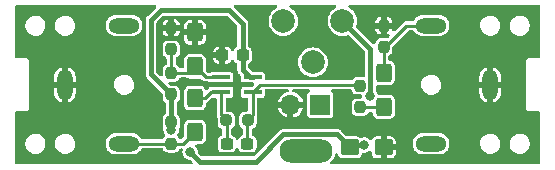
<source format=gbr>
%TF.GenerationSoftware,KiCad,Pcbnew,(6.0.0)*%
%TF.CreationDate,2022-02-18T01:59:25+09:00*%
%TF.ProjectId,mic pre,6d696320-7072-4652-9e6b-696361645f70,rev?*%
%TF.SameCoordinates,Original*%
%TF.FileFunction,Copper,L1,Top*%
%TF.FilePolarity,Positive*%
%FSLAX46Y46*%
G04 Gerber Fmt 4.6, Leading zero omitted, Abs format (unit mm)*
G04 Created by KiCad (PCBNEW (6.0.0)) date 2022-02-18 01:59:25*
%MOMM*%
%LPD*%
G01*
G04 APERTURE LIST*
G04 Aperture macros list*
%AMRoundRect*
0 Rectangle with rounded corners*
0 $1 Rounding radius*
0 $2 $3 $4 $5 $6 $7 $8 $9 X,Y pos of 4 corners*
0 Add a 4 corners polygon primitive as box body*
4,1,4,$2,$3,$4,$5,$6,$7,$8,$9,$2,$3,0*
0 Add four circle primitives for the rounded corners*
1,1,$1+$1,$2,$3*
1,1,$1+$1,$4,$5*
1,1,$1+$1,$6,$7*
1,1,$1+$1,$8,$9*
0 Add four rect primitives between the rounded corners*
20,1,$1+$1,$2,$3,$4,$5,0*
20,1,$1+$1,$4,$5,$6,$7,0*
20,1,$1+$1,$6,$7,$8,$9,0*
20,1,$1+$1,$8,$9,$2,$3,0*%
G04 Aperture macros list end*
%TA.AperFunction,ComponentPad*%
%ADD10C,2.000000*%
%TD*%
%TA.AperFunction,SMDPad,CuDef*%
%ADD11RoundRect,0.237500X0.300000X0.237500X-0.300000X0.237500X-0.300000X-0.237500X0.300000X-0.237500X0*%
%TD*%
%TA.AperFunction,SMDPad,CuDef*%
%ADD12RoundRect,0.250000X0.425000X-0.537500X0.425000X0.537500X-0.425000X0.537500X-0.425000X-0.537500X0*%
%TD*%
%TA.AperFunction,SMDPad,CuDef*%
%ADD13RoundRect,0.237500X0.237500X-0.250000X0.237500X0.250000X-0.237500X0.250000X-0.237500X-0.250000X0*%
%TD*%
%TA.AperFunction,SMDPad,CuDef*%
%ADD14RoundRect,0.237500X-0.237500X0.250000X-0.237500X-0.250000X0.237500X-0.250000X0.237500X0.250000X0*%
%TD*%
%TA.AperFunction,SMDPad,CuDef*%
%ADD15RoundRect,0.237500X-0.250000X-0.237500X0.250000X-0.237500X0.250000X0.237500X-0.250000X0.237500X0*%
%TD*%
%TA.AperFunction,SMDPad,CuDef*%
%ADD16R,1.500000X0.400000*%
%TD*%
%TA.AperFunction,ComponentPad*%
%ADD17R,1.700000X1.700000*%
%TD*%
%TA.AperFunction,ComponentPad*%
%ADD18O,1.700000X1.700000*%
%TD*%
%TA.AperFunction,ComponentPad*%
%ADD19O,2.616000X1.308000*%
%TD*%
%TA.AperFunction,ComponentPad*%
%ADD20O,1.308000X2.616000*%
%TD*%
%TA.AperFunction,SMDPad,CuDef*%
%ADD21RoundRect,0.250000X-0.425000X0.537500X-0.425000X-0.537500X0.425000X-0.537500X0.425000X0.537500X0*%
%TD*%
%TA.AperFunction,SMDPad,CuDef*%
%ADD22RoundRect,0.250000X-0.537500X-0.425000X0.537500X-0.425000X0.537500X0.425000X-0.537500X0.425000X0*%
%TD*%
%TA.AperFunction,SMDPad,CuDef*%
%ADD23RoundRect,0.237500X-0.300000X-0.237500X0.300000X-0.237500X0.300000X0.237500X-0.300000X0.237500X0*%
%TD*%
%TA.AperFunction,ComponentPad*%
%ADD24O,4.500000X2.000000*%
%TD*%
%TA.AperFunction,ViaPad*%
%ADD25C,0.800000*%
%TD*%
%TA.AperFunction,Conductor*%
%ADD26C,0.400000*%
%TD*%
%TA.AperFunction,Conductor*%
%ADD27C,0.250000*%
%TD*%
G04 APERTURE END LIST*
D10*
%TO.P,SW1,1,A*%
%TO.N,VCC*%
X156500000Y-94600000D03*
%TO.P,SW1,2,B*%
%TO.N,Net-(J1-Pad1)*%
X154000000Y-98100000D03*
%TO.P,SW1,3,C*%
%TO.N,unconnected-(SW1-Pad3)*%
X151500000Y-94600000D03*
%TD*%
D11*
%TO.P,C5,1*%
%TO.N,VCC*%
X148062500Y-97500000D03*
%TO.P,C5,2*%
%TO.N,GND*%
X146337500Y-97500000D03*
%TD*%
D12*
%TO.P,C6,1*%
%TO.N,Net-(C6-Pad1)*%
X160000000Y-101875000D03*
%TO.P,C6,2*%
%TO.N,Net-(C6-Pad2)*%
X160000000Y-99000000D03*
%TD*%
D13*
%TO.P,R2,1*%
%TO.N,VCC*%
X142000000Y-100825000D03*
%TO.P,R2,2*%
%TO.N,Net-(C3-Pad1)*%
X142000000Y-99000000D03*
%TD*%
D14*
%TO.P,R1,1*%
%TO.N,VCC*%
X142000000Y-103175000D03*
%TO.P,R1,2*%
%TO.N,Net-(C2-Pad2)*%
X142000000Y-105000000D03*
%TD*%
D15*
%TO.P,R4,1*%
%TO.N,Net-(C2-Pad1)*%
X146662500Y-103000000D03*
%TO.P,R4,2*%
%TO.N,Net-(C4-Pad2)*%
X148487500Y-103000000D03*
%TD*%
D16*
%TO.P,IC1,1,+IN*%
%TO.N,Net-(C3-Pad1)*%
X146245000Y-99350000D03*
%TO.P,IC1,2,V-*%
%TO.N,GND*%
X146245000Y-100000000D03*
%TO.P,IC1,3,-IN*%
%TO.N,Net-(C2-Pad1)*%
X146245000Y-100650000D03*
%TO.P,IC1,4,OUT*%
%TO.N,Net-(C4-Pad2)*%
X148905000Y-100650000D03*
%TO.P,IC1,5,V+*%
%TO.N,VCC*%
X148905000Y-99350000D03*
%TD*%
D13*
%TO.P,R6,1*%
%TO.N,Net-(C6-Pad2)*%
X160000000Y-96812500D03*
%TO.P,R6,2*%
%TO.N,GND*%
X160000000Y-94987500D03*
%TD*%
D17*
%TO.P,J1,1,Pin_1*%
%TO.N,Net-(J1-Pad1)*%
X154640000Y-101700000D03*
D18*
%TO.P,J1,2,Pin_2*%
%TO.N,GND*%
X152100000Y-101700000D03*
%TD*%
D19*
%TO.P,J3,R*%
%TO.N,unconnected-(J3-PadR)*%
X164000000Y-105000000D03*
D20*
%TO.P,J3,S*%
%TO.N,GND*%
X169000000Y-100000000D03*
D19*
%TO.P,J3,T*%
%TO.N,Net-(C6-Pad2)*%
X164000000Y-95000000D03*
%TD*%
D14*
%TO.P,R5,1*%
%TO.N,Net-(C4-Pad2)*%
X158000000Y-100087500D03*
%TO.P,R5,2*%
%TO.N,Net-(C6-Pad1)*%
X158000000Y-101912500D03*
%TD*%
D21*
%TO.P,C2,1*%
%TO.N,Net-(C2-Pad1)*%
X144000000Y-101125000D03*
%TO.P,C2,2*%
%TO.N,Net-(C2-Pad2)*%
X144000000Y-104000000D03*
%TD*%
D22*
%TO.P,C1,1*%
%TO.N,VCC*%
X157125000Y-105300000D03*
%TO.P,C1,2*%
%TO.N,GND*%
X160000000Y-105300000D03*
%TD*%
D23*
%TO.P,C4,1*%
%TO.N,Net-(C2-Pad1)*%
X146712500Y-105000000D03*
%TO.P,C4,2*%
%TO.N,Net-(C4-Pad2)*%
X148437500Y-105000000D03*
%TD*%
D12*
%TO.P,C3,1*%
%TO.N,Net-(C3-Pad1)*%
X144000000Y-98437500D03*
%TO.P,C3,2*%
%TO.N,GND*%
X144000000Y-95562500D03*
%TD*%
D19*
%TO.P,J2,R*%
%TO.N,unconnected-(J2-PadR)*%
X138000000Y-95000000D03*
D20*
%TO.P,J2,S*%
%TO.N,GND*%
X133000000Y-100000000D03*
D19*
%TO.P,J2,T*%
%TO.N,Net-(C2-Pad2)*%
X138000000Y-105000000D03*
%TD*%
D24*
%TO.P,REF\u002A\u002A,1*%
%TO.N,N/C*%
X153400000Y-105600000D03*
%TD*%
D13*
%TO.P,R3,1*%
%TO.N,Net-(C3-Pad1)*%
X142000000Y-97000000D03*
%TO.P,R3,2*%
%TO.N,GND*%
X142000000Y-95175000D03*
%TD*%
D25*
%TO.N,VCC*%
X143600000Y-105700000D03*
X158815183Y-100957592D03*
X158350500Y-105100000D03*
X142000000Y-103800000D03*
%TO.N,GND*%
X157700000Y-98600000D03*
X146700000Y-95000000D03*
X145400000Y-102800000D03*
X147600000Y-101800000D03*
X158400000Y-94000000D03*
X154000000Y-95900000D03*
%TD*%
D26*
%TO.N,VCC*%
X148905000Y-99350000D02*
X148650000Y-99350000D01*
X141100000Y-93700000D02*
X146930680Y-93700000D01*
X140300000Y-99125000D02*
X140300000Y-94500000D01*
X146930680Y-93700000D02*
X148062500Y-94831820D01*
X149200000Y-106500000D02*
X144400000Y-106500000D01*
X158874520Y-100898255D02*
X158815183Y-100957592D01*
X142000000Y-103175000D02*
X142000000Y-100825000D01*
X144400000Y-106500000D02*
X143600000Y-105700000D01*
D27*
X142000000Y-103800000D02*
X142000000Y-103175000D01*
D26*
X151499520Y-104200480D02*
X149200000Y-106500000D01*
X140300000Y-94500000D02*
X141100000Y-93700000D01*
X156500000Y-94600000D02*
X158874520Y-96974520D01*
X157125000Y-105300000D02*
X156025480Y-104200480D01*
X158350500Y-105100000D02*
X157325000Y-105100000D01*
X142000000Y-100825000D02*
X140300000Y-99125000D01*
X158874520Y-96974520D02*
X158874520Y-100898255D01*
X148650000Y-99350000D02*
X148062500Y-98762500D01*
X148062500Y-98762500D02*
X148062500Y-97500000D01*
X148062500Y-94831820D02*
X148062500Y-97500000D01*
X156025480Y-104200480D02*
X151499520Y-104200480D01*
X157325000Y-105100000D02*
X157125000Y-105300000D01*
D27*
%TO.N,Net-(C2-Pad1)*%
X145350000Y-100650000D02*
X146245000Y-100650000D01*
X144000000Y-101125000D02*
X144875000Y-101125000D01*
X146245000Y-102582500D02*
X146245000Y-100650000D01*
X146712500Y-105000000D02*
X146712500Y-103050000D01*
X146712500Y-103050000D02*
X146662500Y-103000000D01*
X146662500Y-103000000D02*
X146245000Y-102582500D01*
X144875000Y-101125000D02*
X145350000Y-100650000D01*
%TO.N,Net-(C2-Pad2)*%
X138000000Y-105000000D02*
X142000000Y-105000000D01*
X143000000Y-105000000D02*
X144000000Y-104000000D01*
X142000000Y-105000000D02*
X143000000Y-105000000D01*
%TO.N,Net-(C3-Pad1)*%
X142000000Y-97000000D02*
X142000000Y-99000000D01*
X142000000Y-99000000D02*
X143437500Y-99000000D01*
X143437500Y-99000000D02*
X144000000Y-98437500D01*
X144912500Y-99350000D02*
X146245000Y-99350000D01*
X144000000Y-98437500D02*
X144912500Y-99350000D01*
%TO.N,Net-(C4-Pad2)*%
X148437500Y-103050000D02*
X148487500Y-103000000D01*
X148437500Y-105000000D02*
X148437500Y-103050000D01*
X148905000Y-100650000D02*
X149555000Y-100000000D01*
X149555000Y-100000000D02*
X157912500Y-100000000D01*
X157912500Y-100000000D02*
X158000000Y-100087500D01*
X148487500Y-103000000D02*
X148905000Y-102582500D01*
X148905000Y-102582500D02*
X148905000Y-100650000D01*
%TO.N,Net-(C6-Pad1)*%
X159962500Y-101912500D02*
X160000000Y-101875000D01*
X158000000Y-101912500D02*
X159962500Y-101912500D01*
%TO.N,Net-(C6-Pad2)*%
X161912500Y-95000000D02*
X164000000Y-95000000D01*
X160000000Y-97087500D02*
X159912500Y-97000000D01*
X160000000Y-99000000D02*
X160000000Y-97087500D01*
X159912500Y-97000000D02*
X161912500Y-95000000D01*
%TD*%
%TA.AperFunction,Conductor*%
%TO.N,GND*%
G36*
X140676828Y-93270002D02*
G01*
X140723321Y-93323658D01*
X140733425Y-93393932D01*
X140703931Y-93458512D01*
X140697802Y-93465095D01*
X140005650Y-94157247D01*
X139994561Y-94167101D01*
X139975291Y-94182293D01*
X139975289Y-94182295D01*
X139967890Y-94188128D01*
X139962535Y-94195875D01*
X139962534Y-94195877D01*
X139934545Y-94236375D01*
X139932243Y-94239597D01*
X139913229Y-94265340D01*
X139897366Y-94286816D01*
X139894973Y-94293632D01*
X139890869Y-94299569D01*
X139888029Y-94308549D01*
X139888028Y-94308551D01*
X139873182Y-94355495D01*
X139871929Y-94359250D01*
X139858749Y-94396783D01*
X139852481Y-94414631D01*
X139852199Y-94421819D01*
X139852188Y-94421878D01*
X139850020Y-94428730D01*
X139849500Y-94435337D01*
X139849500Y-94488016D01*
X139849403Y-94492962D01*
X139847162Y-94549994D01*
X139849046Y-94557100D01*
X139849500Y-94565347D01*
X139849500Y-99090780D01*
X139848627Y-99105589D01*
X139844636Y-99139310D01*
X139846328Y-99148574D01*
X139846328Y-99148575D01*
X139855172Y-99197001D01*
X139855822Y-99200904D01*
X139859731Y-99226900D01*
X139864551Y-99258962D01*
X139867679Y-99265475D01*
X139868975Y-99272573D01*
X139896025Y-99324647D01*
X139897768Y-99328137D01*
X139923191Y-99381079D01*
X139928077Y-99386365D01*
X139928110Y-99386413D01*
X139931421Y-99392788D01*
X139935725Y-99397828D01*
X139972952Y-99435055D01*
X139976381Y-99438620D01*
X140015146Y-99480556D01*
X140021505Y-99484249D01*
X140027663Y-99489766D01*
X141237595Y-100699698D01*
X141271621Y-100762010D01*
X141274500Y-100788793D01*
X141274501Y-100956879D01*
X141274501Y-101121190D01*
X141274870Y-101124585D01*
X141274870Y-101124590D01*
X141278356Y-101156678D01*
X141280983Y-101180868D01*
X141315195Y-101272129D01*
X141321941Y-101290124D01*
X141330051Y-101311759D01*
X141335431Y-101318938D01*
X141335433Y-101318941D01*
X141408505Y-101416439D01*
X141413884Y-101423616D01*
X141421061Y-101428995D01*
X141499066Y-101487457D01*
X141541580Y-101544317D01*
X141549500Y-101588283D01*
X141549500Y-102411717D01*
X141529498Y-102479838D01*
X141499066Y-102512543D01*
X141429653Y-102564566D01*
X141413884Y-102576384D01*
X141408505Y-102583561D01*
X141335433Y-102681059D01*
X141335431Y-102681062D01*
X141330051Y-102688241D01*
X141326901Y-102696645D01*
X141326900Y-102696646D01*
X141287968Y-102800500D01*
X141280983Y-102819132D01*
X141274500Y-102878809D01*
X141274501Y-103471190D01*
X141280983Y-103530868D01*
X141330051Y-103661759D01*
X141335433Y-103668940D01*
X141336355Y-103670624D01*
X141351523Y-103739982D01*
X141350756Y-103747577D01*
X141345749Y-103785606D01*
X141345749Y-103785611D01*
X141344758Y-103793138D01*
X141362035Y-103949633D01*
X141416143Y-104097490D01*
X141420380Y-104103796D01*
X141420382Y-104103799D01*
X141464295Y-104169147D01*
X141477394Y-104188640D01*
X141484450Y-104199141D01*
X141505843Y-104266838D01*
X141487239Y-104335354D01*
X141455434Y-104370243D01*
X141421064Y-104396002D01*
X141421061Y-104396005D01*
X141413884Y-104401384D01*
X141330051Y-104513241D01*
X141322214Y-104534148D01*
X141318997Y-104542729D01*
X141276356Y-104599494D01*
X141209795Y-104624194D01*
X141201015Y-104624500D01*
X139558741Y-104624500D01*
X139490620Y-104604498D01*
X139449121Y-104556146D01*
X139447623Y-104557011D01*
X139444320Y-104551291D01*
X139441635Y-104545259D01*
X139433563Y-104534148D01*
X139371775Y-104449105D01*
X139329877Y-104391438D01*
X139324966Y-104387016D01*
X139193488Y-104268633D01*
X139193487Y-104268632D01*
X139188580Y-104264214D01*
X139057683Y-104188640D01*
X139029643Y-104172451D01*
X139029642Y-104172450D01*
X139023920Y-104169147D01*
X138843092Y-104110392D01*
X138836531Y-104109702D01*
X138836529Y-104109702D01*
X138780362Y-104103799D01*
X138701401Y-104095500D01*
X137298599Y-104095500D01*
X137219638Y-104103799D01*
X137163471Y-104109702D01*
X137163469Y-104109702D01*
X137156908Y-104110392D01*
X136976080Y-104169147D01*
X136970358Y-104172450D01*
X136970357Y-104172451D01*
X136942317Y-104188640D01*
X136811420Y-104264214D01*
X136806513Y-104268632D01*
X136806512Y-104268633D01*
X136675034Y-104387016D01*
X136670123Y-104391438D01*
X136628225Y-104449105D01*
X136566438Y-104534148D01*
X136558365Y-104545259D01*
X136555681Y-104551287D01*
X136555680Y-104551289D01*
X136483716Y-104712924D01*
X136481031Y-104718955D01*
X136479659Y-104725412D01*
X136443602Y-104895046D01*
X136441500Y-104904933D01*
X136441500Y-105095067D01*
X136442872Y-105101520D01*
X136442872Y-105101524D01*
X136451764Y-105143357D01*
X136481031Y-105281045D01*
X136483716Y-105287075D01*
X136483716Y-105287076D01*
X136553133Y-105442989D01*
X136558365Y-105454741D01*
X136562245Y-105460082D01*
X136562246Y-105460083D01*
X136586846Y-105493941D01*
X136670123Y-105608562D01*
X136675033Y-105612983D01*
X136675034Y-105612984D01*
X136793745Y-105719871D01*
X136811420Y-105735786D01*
X136976080Y-105830853D01*
X137156908Y-105889608D01*
X137163469Y-105890298D01*
X137163471Y-105890298D01*
X137216932Y-105895917D01*
X137298599Y-105904500D01*
X138701401Y-105904500D01*
X138783068Y-105895917D01*
X138836529Y-105890298D01*
X138836531Y-105890298D01*
X138843092Y-105889608D01*
X139023920Y-105830853D01*
X139188580Y-105735786D01*
X139206256Y-105719871D01*
X139324966Y-105612984D01*
X139324967Y-105612983D01*
X139329877Y-105608562D01*
X139413154Y-105493941D01*
X139437754Y-105460083D01*
X139437755Y-105460082D01*
X139441635Y-105454741D01*
X139444320Y-105448709D01*
X139447623Y-105442989D01*
X139449086Y-105443834D01*
X139489621Y-105396151D01*
X139558741Y-105375500D01*
X141201015Y-105375500D01*
X141269136Y-105395502D01*
X141315629Y-105449158D01*
X141318994Y-105457265D01*
X141330051Y-105486759D01*
X141413884Y-105598616D01*
X141421061Y-105603995D01*
X141518559Y-105677067D01*
X141518562Y-105677069D01*
X141525741Y-105682449D01*
X141534145Y-105685599D01*
X141534146Y-105685600D01*
X141649237Y-105728745D01*
X141649239Y-105728745D01*
X141656632Y-105731517D01*
X141664480Y-105732370D01*
X141664482Y-105732370D01*
X141712903Y-105737630D01*
X141716309Y-105738000D01*
X141999958Y-105738000D01*
X142283690Y-105737999D01*
X142287085Y-105737630D01*
X142287090Y-105737630D01*
X142335510Y-105732371D01*
X142335514Y-105732370D01*
X142343368Y-105731517D01*
X142474259Y-105682449D01*
X142481438Y-105677069D01*
X142481441Y-105677067D01*
X142578939Y-105603995D01*
X142586116Y-105598616D01*
X142669949Y-105486759D01*
X142681004Y-105457270D01*
X142723644Y-105400506D01*
X142790205Y-105375806D01*
X142798985Y-105375500D01*
X142845289Y-105375500D01*
X142913410Y-105395502D01*
X142959903Y-105449158D01*
X142970007Y-105519432D01*
X142967732Y-105530824D01*
X142965309Y-105537039D01*
X142964318Y-105544568D01*
X142964317Y-105544571D01*
X142945835Y-105684959D01*
X142944758Y-105693138D01*
X142962035Y-105849633D01*
X143016143Y-105997490D01*
X143020380Y-106003796D01*
X143020382Y-106003799D01*
X143049158Y-106046621D01*
X143103958Y-106128172D01*
X143151768Y-106171676D01*
X143210514Y-106225130D01*
X143220410Y-106234135D01*
X143227085Y-106237759D01*
X143352099Y-106305637D01*
X143352101Y-106305638D01*
X143358776Y-106309262D01*
X143366125Y-106311190D01*
X143503718Y-106347287D01*
X143503722Y-106347288D01*
X143511069Y-106349215D01*
X143562697Y-106350026D01*
X143630494Y-106371095D01*
X143649812Y-106386915D01*
X143797802Y-106534905D01*
X143831828Y-106597217D01*
X143826763Y-106668032D01*
X143784216Y-106724868D01*
X143717696Y-106749679D01*
X143708707Y-106750000D01*
X128876000Y-106750000D01*
X128807879Y-106729998D01*
X128761386Y-106676342D01*
X128750000Y-106624000D01*
X128750000Y-104952244D01*
X129645819Y-104952244D01*
X129646176Y-104959061D01*
X129646176Y-104959065D01*
X129651600Y-105062559D01*
X129655490Y-105136781D01*
X129657301Y-105143354D01*
X129657301Y-105143357D01*
X129695227Y-105281045D01*
X129704562Y-105314936D01*
X129790746Y-105478398D01*
X129910020Y-105619540D01*
X129915444Y-105623687D01*
X129915445Y-105623688D01*
X130051399Y-105727633D01*
X130051403Y-105727636D01*
X130056820Y-105731777D01*
X130063000Y-105734659D01*
X130063002Y-105734660D01*
X130218120Y-105806993D01*
X130218123Y-105806994D01*
X130224297Y-105809873D01*
X130230942Y-105811358D01*
X130230947Y-105811360D01*
X130334818Y-105834577D01*
X130404637Y-105850183D01*
X130410307Y-105850500D01*
X130546164Y-105850500D01*
X130683709Y-105835558D01*
X130858848Y-105776617D01*
X131017244Y-105681443D01*
X131022206Y-105676751D01*
X131146549Y-105559165D01*
X131146551Y-105559163D01*
X131151507Y-105554476D01*
X131255375Y-105401640D01*
X131257910Y-105395303D01*
X131321466Y-105236402D01*
X131321467Y-105236397D01*
X131324000Y-105230065D01*
X131350889Y-105067644D01*
X131353066Y-105054494D01*
X131353066Y-105054490D01*
X131354181Y-105047756D01*
X131353651Y-105037630D01*
X131349176Y-104952244D01*
X132145819Y-104952244D01*
X132146176Y-104959061D01*
X132146176Y-104959065D01*
X132151600Y-105062559D01*
X132155490Y-105136781D01*
X132157301Y-105143354D01*
X132157301Y-105143357D01*
X132195227Y-105281045D01*
X132204562Y-105314936D01*
X132290746Y-105478398D01*
X132410020Y-105619540D01*
X132415444Y-105623687D01*
X132415445Y-105623688D01*
X132551399Y-105727633D01*
X132551403Y-105727636D01*
X132556820Y-105731777D01*
X132563000Y-105734659D01*
X132563002Y-105734660D01*
X132718120Y-105806993D01*
X132718123Y-105806994D01*
X132724297Y-105809873D01*
X132730942Y-105811358D01*
X132730947Y-105811360D01*
X132834818Y-105834577D01*
X132904637Y-105850183D01*
X132910307Y-105850500D01*
X133046164Y-105850500D01*
X133183709Y-105835558D01*
X133358848Y-105776617D01*
X133517244Y-105681443D01*
X133522206Y-105676751D01*
X133646549Y-105559165D01*
X133646551Y-105559163D01*
X133651507Y-105554476D01*
X133755375Y-105401640D01*
X133757910Y-105395303D01*
X133821466Y-105236402D01*
X133821467Y-105236397D01*
X133824000Y-105230065D01*
X133850889Y-105067644D01*
X133853066Y-105054494D01*
X133853066Y-105054490D01*
X133854181Y-105047756D01*
X133853651Y-105037630D01*
X133844867Y-104870032D01*
X133844510Y-104863219D01*
X133826109Y-104796412D01*
X133797251Y-104691646D01*
X133795438Y-104685064D01*
X133709254Y-104521602D01*
X133589980Y-104380460D01*
X133584555Y-104376312D01*
X133448601Y-104272367D01*
X133448597Y-104272364D01*
X133443180Y-104268223D01*
X133437000Y-104265341D01*
X133436998Y-104265340D01*
X133281880Y-104193007D01*
X133281877Y-104193006D01*
X133275703Y-104190127D01*
X133269058Y-104188642D01*
X133269053Y-104188640D01*
X133129129Y-104157365D01*
X133095363Y-104149817D01*
X133089693Y-104149500D01*
X132953836Y-104149500D01*
X132816291Y-104164442D01*
X132641152Y-104223383D01*
X132482756Y-104318557D01*
X132477796Y-104323248D01*
X132477794Y-104323249D01*
X132357191Y-104437299D01*
X132348493Y-104445524D01*
X132244625Y-104598360D01*
X132242092Y-104604694D01*
X132242090Y-104604697D01*
X132178534Y-104763598D01*
X132178533Y-104763603D01*
X132176000Y-104769935D01*
X132145819Y-104952244D01*
X131349176Y-104952244D01*
X131344867Y-104870032D01*
X131344510Y-104863219D01*
X131326109Y-104796412D01*
X131297251Y-104691646D01*
X131295438Y-104685064D01*
X131209254Y-104521602D01*
X131089980Y-104380460D01*
X131084555Y-104376312D01*
X130948601Y-104272367D01*
X130948597Y-104272364D01*
X130943180Y-104268223D01*
X130937000Y-104265341D01*
X130936998Y-104265340D01*
X130781880Y-104193007D01*
X130781877Y-104193006D01*
X130775703Y-104190127D01*
X130769058Y-104188642D01*
X130769053Y-104188640D01*
X130629129Y-104157365D01*
X130595363Y-104149817D01*
X130589693Y-104149500D01*
X130453836Y-104149500D01*
X130316291Y-104164442D01*
X130141152Y-104223383D01*
X129982756Y-104318557D01*
X129977796Y-104323248D01*
X129977794Y-104323249D01*
X129857191Y-104437299D01*
X129848493Y-104445524D01*
X129744625Y-104598360D01*
X129742092Y-104604694D01*
X129742090Y-104604697D01*
X129678534Y-104763598D01*
X129678533Y-104763603D01*
X129676000Y-104769935D01*
X129645819Y-104952244D01*
X128750000Y-104952244D01*
X128750000Y-102376000D01*
X128770002Y-102307879D01*
X128823658Y-102261386D01*
X128876000Y-102250000D01*
X129662966Y-102250000D01*
X129687547Y-102252421D01*
X129700000Y-102254898D01*
X129797545Y-102235495D01*
X129880240Y-102180240D01*
X129887133Y-102169924D01*
X129928602Y-102107862D01*
X129928603Y-102107860D01*
X129935495Y-102097545D01*
X129950000Y-102024624D01*
X129954898Y-102000000D01*
X129952421Y-101987547D01*
X129950000Y-101962966D01*
X129950000Y-100698083D01*
X132096000Y-100698083D01*
X132096344Y-100704643D01*
X132110194Y-100836424D01*
X132112924Y-100849265D01*
X132167567Y-101017439D01*
X132172905Y-101029428D01*
X132261321Y-101182569D01*
X132269037Y-101193188D01*
X132387355Y-101324595D01*
X132397118Y-101333386D01*
X132540168Y-101437318D01*
X132551542Y-101443885D01*
X132713081Y-101515806D01*
X132725567Y-101519863D01*
X132728279Y-101520439D01*
X132742341Y-101519366D01*
X132746000Y-101509411D01*
X132746000Y-101506091D01*
X133254000Y-101506091D01*
X133257973Y-101519622D01*
X133268468Y-101521131D01*
X133274428Y-101519864D01*
X133286923Y-101515804D01*
X133448459Y-101443884D01*
X133459831Y-101437318D01*
X133602882Y-101333386D01*
X133612645Y-101324595D01*
X133730963Y-101193188D01*
X133738679Y-101182569D01*
X133827095Y-101029428D01*
X133832433Y-101017439D01*
X133887076Y-100849265D01*
X133889806Y-100836424D01*
X133903656Y-100704643D01*
X133904000Y-100698083D01*
X133904000Y-100272115D01*
X133899525Y-100256876D01*
X133898135Y-100255671D01*
X133890452Y-100254000D01*
X133272115Y-100254000D01*
X133256876Y-100258475D01*
X133255671Y-100259865D01*
X133254000Y-100267548D01*
X133254000Y-101506091D01*
X132746000Y-101506091D01*
X132746000Y-100272115D01*
X132741525Y-100256876D01*
X132740135Y-100255671D01*
X132732452Y-100254000D01*
X132114115Y-100254000D01*
X132098876Y-100258475D01*
X132097671Y-100259865D01*
X132096000Y-100267548D01*
X132096000Y-100698083D01*
X129950000Y-100698083D01*
X129950000Y-99952244D01*
X137145819Y-99952244D01*
X137146176Y-99959061D01*
X137146176Y-99959065D01*
X137152937Y-100088067D01*
X137155490Y-100136781D01*
X137157301Y-100143354D01*
X137157301Y-100143357D01*
X137182930Y-100236402D01*
X137204562Y-100314936D01*
X137290746Y-100478398D01*
X137410020Y-100619540D01*
X137415444Y-100623687D01*
X137415445Y-100623688D01*
X137551399Y-100727633D01*
X137551403Y-100727636D01*
X137556820Y-100731777D01*
X137563000Y-100734659D01*
X137563002Y-100734660D01*
X137718120Y-100806993D01*
X137718123Y-100806994D01*
X137724297Y-100809873D01*
X137730942Y-100811358D01*
X137730947Y-100811360D01*
X137845663Y-100837001D01*
X137904637Y-100850183D01*
X137910307Y-100850500D01*
X138046164Y-100850500D01*
X138057533Y-100849265D01*
X138167038Y-100837369D01*
X138183709Y-100835558D01*
X138358848Y-100776617D01*
X138517244Y-100681443D01*
X138529980Y-100669399D01*
X138646549Y-100559165D01*
X138646551Y-100559163D01*
X138651507Y-100554476D01*
X138755375Y-100401640D01*
X138757910Y-100395303D01*
X138821466Y-100236402D01*
X138821467Y-100236397D01*
X138824000Y-100230065D01*
X138846152Y-100096255D01*
X138853066Y-100054494D01*
X138853066Y-100054490D01*
X138854181Y-100047756D01*
X138853651Y-100037631D01*
X138844867Y-99870032D01*
X138844510Y-99863219D01*
X138827879Y-99802838D01*
X138797251Y-99691646D01*
X138795438Y-99685064D01*
X138709254Y-99521602D01*
X138589980Y-99380460D01*
X138583493Y-99375500D01*
X138448601Y-99272367D01*
X138448597Y-99272364D01*
X138443180Y-99268223D01*
X138437000Y-99265341D01*
X138436998Y-99265340D01*
X138281880Y-99193007D01*
X138281877Y-99193006D01*
X138275703Y-99190127D01*
X138269058Y-99188642D01*
X138269053Y-99188640D01*
X138129129Y-99157365D01*
X138095363Y-99149817D01*
X138089693Y-99149500D01*
X137953836Y-99149500D01*
X137950440Y-99149869D01*
X137950439Y-99149869D01*
X137940553Y-99150943D01*
X137816291Y-99164442D01*
X137641152Y-99223383D01*
X137482756Y-99318557D01*
X137477796Y-99323248D01*
X137477794Y-99323249D01*
X137355793Y-99438621D01*
X137348493Y-99445524D01*
X137244625Y-99598360D01*
X137242092Y-99604694D01*
X137242090Y-99604697D01*
X137178534Y-99763598D01*
X137178533Y-99763603D01*
X137176000Y-99769935D01*
X137145819Y-99952244D01*
X129950000Y-99952244D01*
X129950000Y-99727885D01*
X132096000Y-99727885D01*
X132100475Y-99743124D01*
X132101865Y-99744329D01*
X132109548Y-99746000D01*
X132727885Y-99746000D01*
X132743124Y-99741525D01*
X132744329Y-99740135D01*
X132746000Y-99732452D01*
X132746000Y-99727885D01*
X133254000Y-99727885D01*
X133258475Y-99743124D01*
X133259865Y-99744329D01*
X133267548Y-99746000D01*
X133885885Y-99746000D01*
X133901124Y-99741525D01*
X133902329Y-99740135D01*
X133904000Y-99732452D01*
X133904000Y-99301917D01*
X133903656Y-99295357D01*
X133889806Y-99163576D01*
X133887076Y-99150735D01*
X133832433Y-98982561D01*
X133827095Y-98970572D01*
X133738679Y-98817431D01*
X133730963Y-98806812D01*
X133612645Y-98675405D01*
X133602882Y-98666614D01*
X133459832Y-98562682D01*
X133448458Y-98556115D01*
X133286919Y-98484194D01*
X133274433Y-98480137D01*
X133271721Y-98479561D01*
X133257659Y-98480634D01*
X133254000Y-98490589D01*
X133254000Y-99727885D01*
X132746000Y-99727885D01*
X132746000Y-98493909D01*
X132742027Y-98480378D01*
X132731532Y-98478869D01*
X132725572Y-98480136D01*
X132713077Y-98484196D01*
X132551541Y-98556116D01*
X132540169Y-98562682D01*
X132397118Y-98666614D01*
X132387355Y-98675405D01*
X132269037Y-98806812D01*
X132261321Y-98817431D01*
X132172905Y-98970572D01*
X132167567Y-98982561D01*
X132112924Y-99150735D01*
X132110194Y-99163576D01*
X132096344Y-99295357D01*
X132096000Y-99301917D01*
X132096000Y-99727885D01*
X129950000Y-99727885D01*
X129950000Y-98037034D01*
X129952421Y-98012453D01*
X129952477Y-98012171D01*
X129954898Y-98000000D01*
X129947340Y-97962001D01*
X129945557Y-97953038D01*
X129937916Y-97914624D01*
X129937915Y-97914623D01*
X129935495Y-97902455D01*
X129919210Y-97878082D01*
X129887133Y-97830076D01*
X129880240Y-97819760D01*
X129860843Y-97806799D01*
X129831343Y-97787088D01*
X129797545Y-97764505D01*
X129700000Y-97745102D01*
X129687829Y-97747523D01*
X129687547Y-97747579D01*
X129662966Y-97750000D01*
X128876000Y-97750000D01*
X128807879Y-97729998D01*
X128761386Y-97676342D01*
X128750000Y-97624000D01*
X128750000Y-94952244D01*
X129645819Y-94952244D01*
X129646176Y-94959061D01*
X129646176Y-94959065D01*
X129652022Y-95070613D01*
X129655490Y-95136781D01*
X129657301Y-95143354D01*
X129657301Y-95143357D01*
X129699057Y-95294952D01*
X129704562Y-95314936D01*
X129790746Y-95478398D01*
X129910020Y-95619540D01*
X129915444Y-95623687D01*
X129915445Y-95623688D01*
X130051399Y-95727633D01*
X130051403Y-95727636D01*
X130056820Y-95731777D01*
X130063000Y-95734659D01*
X130063002Y-95734660D01*
X130218120Y-95806993D01*
X130218123Y-95806994D01*
X130224297Y-95809873D01*
X130230942Y-95811358D01*
X130230947Y-95811360D01*
X130370871Y-95842635D01*
X130404637Y-95850183D01*
X130410307Y-95850500D01*
X130546164Y-95850500D01*
X130683709Y-95835558D01*
X130858848Y-95776617D01*
X131017244Y-95681443D01*
X131026536Y-95672656D01*
X131146549Y-95559165D01*
X131146551Y-95559163D01*
X131151507Y-95554476D01*
X131255375Y-95401640D01*
X131264679Y-95378379D01*
X131321466Y-95236402D01*
X131321467Y-95236397D01*
X131324000Y-95230065D01*
X131354181Y-95047756D01*
X131353477Y-95034312D01*
X131349176Y-94952244D01*
X132145819Y-94952244D01*
X132146176Y-94959061D01*
X132146176Y-94959065D01*
X132152022Y-95070613D01*
X132155490Y-95136781D01*
X132157301Y-95143354D01*
X132157301Y-95143357D01*
X132199057Y-95294952D01*
X132204562Y-95314936D01*
X132290746Y-95478398D01*
X132410020Y-95619540D01*
X132415444Y-95623687D01*
X132415445Y-95623688D01*
X132551399Y-95727633D01*
X132551403Y-95727636D01*
X132556820Y-95731777D01*
X132563000Y-95734659D01*
X132563002Y-95734660D01*
X132718120Y-95806993D01*
X132718123Y-95806994D01*
X132724297Y-95809873D01*
X132730942Y-95811358D01*
X132730947Y-95811360D01*
X132870871Y-95842635D01*
X132904637Y-95850183D01*
X132910307Y-95850500D01*
X133046164Y-95850500D01*
X133183709Y-95835558D01*
X133358848Y-95776617D01*
X133517244Y-95681443D01*
X133526536Y-95672656D01*
X133646549Y-95559165D01*
X133646551Y-95559163D01*
X133651507Y-95554476D01*
X133755375Y-95401640D01*
X133764679Y-95378379D01*
X133821466Y-95236402D01*
X133821467Y-95236397D01*
X133824000Y-95230065D01*
X133846349Y-95095067D01*
X136441500Y-95095067D01*
X136442872Y-95101520D01*
X136442872Y-95101524D01*
X136451764Y-95143357D01*
X136481031Y-95281045D01*
X136483716Y-95287075D01*
X136483716Y-95287076D01*
X136554970Y-95447115D01*
X136558365Y-95454741D01*
X136562245Y-95460082D01*
X136562246Y-95460083D01*
X136579343Y-95483615D01*
X136670123Y-95608562D01*
X136675033Y-95612983D01*
X136675034Y-95612984D01*
X136792249Y-95718524D01*
X136811420Y-95735786D01*
X136976080Y-95830853D01*
X137156908Y-95889608D01*
X137163469Y-95890298D01*
X137163471Y-95890298D01*
X137202359Y-95894385D01*
X137298599Y-95904500D01*
X138701401Y-95904500D01*
X138797641Y-95894385D01*
X138836529Y-95890298D01*
X138836531Y-95890298D01*
X138843092Y-95889608D01*
X139023920Y-95830853D01*
X139188580Y-95735786D01*
X139207752Y-95718524D01*
X139324966Y-95612984D01*
X139324967Y-95612983D01*
X139329877Y-95608562D01*
X139420657Y-95483615D01*
X139437754Y-95460083D01*
X139437755Y-95460082D01*
X139441635Y-95454741D01*
X139445031Y-95447115D01*
X139516284Y-95287076D01*
X139516284Y-95287075D01*
X139518969Y-95281045D01*
X139548236Y-95143357D01*
X139557128Y-95101524D01*
X139557128Y-95101520D01*
X139558500Y-95095067D01*
X139558500Y-94904933D01*
X139549634Y-94863219D01*
X139523853Y-94741933D01*
X139518969Y-94718955D01*
X139488134Y-94649698D01*
X139444320Y-94551289D01*
X139444319Y-94551287D01*
X139441635Y-94545259D01*
X139429006Y-94527876D01*
X139384815Y-94467054D01*
X139329877Y-94391438D01*
X139324966Y-94387016D01*
X139193488Y-94268633D01*
X139193487Y-94268632D01*
X139188580Y-94264214D01*
X139088885Y-94206655D01*
X139029643Y-94172451D01*
X139029642Y-94172450D01*
X139023920Y-94169147D01*
X138843092Y-94110392D01*
X138836531Y-94109702D01*
X138836529Y-94109702D01*
X138783068Y-94104083D01*
X138701401Y-94095500D01*
X137298599Y-94095500D01*
X137216932Y-94104083D01*
X137163471Y-94109702D01*
X137163469Y-94109702D01*
X137156908Y-94110392D01*
X136976080Y-94169147D01*
X136970358Y-94172450D01*
X136970357Y-94172451D01*
X136911115Y-94206655D01*
X136811420Y-94264214D01*
X136806513Y-94268632D01*
X136806512Y-94268633D01*
X136675034Y-94387016D01*
X136670123Y-94391438D01*
X136615185Y-94467054D01*
X136570995Y-94527876D01*
X136558365Y-94545259D01*
X136555681Y-94551287D01*
X136555680Y-94551289D01*
X136511866Y-94649698D01*
X136481031Y-94718955D01*
X136476147Y-94741933D01*
X136450367Y-94863219D01*
X136441500Y-94904933D01*
X136441500Y-95095067D01*
X133846349Y-95095067D01*
X133854181Y-95047756D01*
X133853477Y-95034312D01*
X133844867Y-94870032D01*
X133844510Y-94863219D01*
X133834559Y-94827090D01*
X133797251Y-94691646D01*
X133795438Y-94685064D01*
X133709254Y-94521602D01*
X133589980Y-94380460D01*
X133584555Y-94376312D01*
X133448601Y-94272367D01*
X133448597Y-94272364D01*
X133443180Y-94268223D01*
X133437000Y-94265341D01*
X133436998Y-94265340D01*
X133281880Y-94193007D01*
X133281877Y-94193006D01*
X133275703Y-94190127D01*
X133269058Y-94188642D01*
X133269053Y-94188640D01*
X133128604Y-94157247D01*
X133095363Y-94149817D01*
X133089693Y-94149500D01*
X132953836Y-94149500D01*
X132816291Y-94164442D01*
X132641152Y-94223383D01*
X132482756Y-94318557D01*
X132477796Y-94323248D01*
X132477794Y-94323249D01*
X132353937Y-94440376D01*
X132348493Y-94445524D01*
X132244625Y-94598360D01*
X132242092Y-94604694D01*
X132242090Y-94604697D01*
X132178534Y-94763598D01*
X132178533Y-94763603D01*
X132176000Y-94769935D01*
X132174886Y-94776667D01*
X132151468Y-94918124D01*
X132145819Y-94952244D01*
X131349176Y-94952244D01*
X131344867Y-94870032D01*
X131344510Y-94863219D01*
X131334559Y-94827090D01*
X131297251Y-94691646D01*
X131295438Y-94685064D01*
X131209254Y-94521602D01*
X131089980Y-94380460D01*
X131084555Y-94376312D01*
X130948601Y-94272367D01*
X130948597Y-94272364D01*
X130943180Y-94268223D01*
X130937000Y-94265341D01*
X130936998Y-94265340D01*
X130781880Y-94193007D01*
X130781877Y-94193006D01*
X130775703Y-94190127D01*
X130769058Y-94188642D01*
X130769053Y-94188640D01*
X130628604Y-94157247D01*
X130595363Y-94149817D01*
X130589693Y-94149500D01*
X130453836Y-94149500D01*
X130316291Y-94164442D01*
X130141152Y-94223383D01*
X129982756Y-94318557D01*
X129977796Y-94323248D01*
X129977794Y-94323249D01*
X129853937Y-94440376D01*
X129848493Y-94445524D01*
X129744625Y-94598360D01*
X129742092Y-94604694D01*
X129742090Y-94604697D01*
X129678534Y-94763598D01*
X129678533Y-94763603D01*
X129676000Y-94769935D01*
X129674886Y-94776667D01*
X129651468Y-94918124D01*
X129645819Y-94952244D01*
X128750000Y-94952244D01*
X128750000Y-93376000D01*
X128770002Y-93307879D01*
X128823658Y-93261386D01*
X128876000Y-93250000D01*
X140608707Y-93250000D01*
X140676828Y-93270002D01*
G37*
%TD.AperFunction*%
%TA.AperFunction,Conductor*%
G36*
X173192121Y-93270002D02*
G01*
X173238614Y-93323658D01*
X173250000Y-93376000D01*
X173250000Y-97624000D01*
X173229998Y-97692121D01*
X173176342Y-97738614D01*
X173124000Y-97750000D01*
X172337034Y-97750000D01*
X172312453Y-97747579D01*
X172312171Y-97747523D01*
X172300000Y-97745102D01*
X172202455Y-97764505D01*
X172168657Y-97787088D01*
X172139158Y-97806799D01*
X172119760Y-97819760D01*
X172064505Y-97902455D01*
X172052661Y-97962001D01*
X172045102Y-98000000D01*
X172047523Y-98012171D01*
X172047579Y-98012453D01*
X172050000Y-98037034D01*
X172050000Y-101962966D01*
X172047579Y-101987547D01*
X172045102Y-102000000D01*
X172050000Y-102024624D01*
X172064505Y-102097545D01*
X172071399Y-102107862D01*
X172071400Y-102107864D01*
X172104369Y-102157205D01*
X172119760Y-102180240D01*
X172202455Y-102235495D01*
X172300000Y-102254898D01*
X172312171Y-102252477D01*
X172312453Y-102252421D01*
X172337034Y-102250000D01*
X173124000Y-102250000D01*
X173192121Y-102270002D01*
X173238614Y-102323658D01*
X173250000Y-102376000D01*
X173250000Y-106624000D01*
X173229998Y-106692121D01*
X173176342Y-106738614D01*
X173124000Y-106750000D01*
X155574585Y-106750000D01*
X155506464Y-106729998D01*
X155459971Y-106676342D01*
X155449867Y-106606068D01*
X155484101Y-106536315D01*
X155621846Y-106394174D01*
X155621848Y-106394171D01*
X155625749Y-106390146D01*
X155750250Y-106204868D01*
X155839974Y-106000471D01*
X155841282Y-105995023D01*
X155841284Y-105995017D01*
X155867374Y-105886343D01*
X155902726Y-105824773D01*
X155965753Y-105792091D01*
X156036444Y-105798672D01*
X156092356Y-105842426D01*
X156107874Y-105871527D01*
X156143974Y-105967824D01*
X156149354Y-105975003D01*
X156149356Y-105975006D01*
X156205187Y-106049500D01*
X156229954Y-106082546D01*
X156237135Y-106087928D01*
X156337494Y-106163144D01*
X156337497Y-106163146D01*
X156344676Y-106168526D01*
X156427887Y-106199720D01*
X156471525Y-106216079D01*
X156471527Y-106216079D01*
X156478920Y-106218851D01*
X156486770Y-106219704D01*
X156486771Y-106219704D01*
X156536717Y-106225130D01*
X156540123Y-106225500D01*
X157124914Y-106225500D01*
X157709876Y-106225499D01*
X157713270Y-106225130D01*
X157713276Y-106225130D01*
X157763222Y-106219705D01*
X157763226Y-106219704D01*
X157771080Y-106218851D01*
X157905324Y-106168526D01*
X157912503Y-106163146D01*
X157912506Y-106163144D01*
X158012865Y-106087928D01*
X158020046Y-106082546D01*
X158044813Y-106049500D01*
X158100644Y-105975006D01*
X158100646Y-105975003D01*
X158106026Y-105967824D01*
X158156351Y-105833580D01*
X158159011Y-105834577D01*
X158187512Y-105784664D01*
X158250460Y-105751831D01*
X158276871Y-105749455D01*
X158352770Y-105750648D01*
X158411398Y-105751569D01*
X158411401Y-105751569D01*
X158418995Y-105751688D01*
X158572468Y-105716538D01*
X158713125Y-105645795D01*
X158754672Y-105610311D01*
X158819459Y-105581281D01*
X158889659Y-105591886D01*
X158942981Y-105638760D01*
X158962500Y-105706123D01*
X158962500Y-105768915D01*
X158962869Y-105775729D01*
X158968289Y-105825621D01*
X158971914Y-105840867D01*
X159016267Y-105959177D01*
X159024799Y-105974763D01*
X159099930Y-106075009D01*
X159112491Y-106087570D01*
X159212737Y-106162701D01*
X159228323Y-106171233D01*
X159346633Y-106215586D01*
X159361879Y-106219211D01*
X159411771Y-106224631D01*
X159418585Y-106225000D01*
X159727885Y-106225000D01*
X159743124Y-106220525D01*
X159744329Y-106219135D01*
X159746000Y-106211452D01*
X159746000Y-106206885D01*
X160254000Y-106206885D01*
X160258475Y-106222124D01*
X160259865Y-106223329D01*
X160267548Y-106225000D01*
X160581415Y-106225000D01*
X160588229Y-106224631D01*
X160638121Y-106219211D01*
X160653367Y-106215586D01*
X160771677Y-106171233D01*
X160787263Y-106162701D01*
X160887509Y-106087570D01*
X160900070Y-106075009D01*
X160975201Y-105974763D01*
X160983733Y-105959177D01*
X161028086Y-105840867D01*
X161031711Y-105825621D01*
X161037131Y-105775729D01*
X161037500Y-105768915D01*
X161037500Y-105572115D01*
X161033025Y-105556876D01*
X161031635Y-105555671D01*
X161023952Y-105554000D01*
X160272115Y-105554000D01*
X160256876Y-105558475D01*
X160255671Y-105559865D01*
X160254000Y-105567548D01*
X160254000Y-106206885D01*
X159746000Y-106206885D01*
X159746000Y-105095067D01*
X162441500Y-105095067D01*
X162442872Y-105101520D01*
X162442872Y-105101524D01*
X162451764Y-105143357D01*
X162481031Y-105281045D01*
X162483716Y-105287075D01*
X162483716Y-105287076D01*
X162553133Y-105442989D01*
X162558365Y-105454741D01*
X162562245Y-105460082D01*
X162562246Y-105460083D01*
X162586846Y-105493941D01*
X162670123Y-105608562D01*
X162675033Y-105612983D01*
X162675034Y-105612984D01*
X162793745Y-105719871D01*
X162811420Y-105735786D01*
X162976080Y-105830853D01*
X163156908Y-105889608D01*
X163163469Y-105890298D01*
X163163471Y-105890298D01*
X163216932Y-105895917D01*
X163298599Y-105904500D01*
X164701401Y-105904500D01*
X164783068Y-105895917D01*
X164836529Y-105890298D01*
X164836531Y-105890298D01*
X164843092Y-105889608D01*
X165023920Y-105830853D01*
X165188580Y-105735786D01*
X165206256Y-105719871D01*
X165324966Y-105612984D01*
X165324967Y-105612983D01*
X165329877Y-105608562D01*
X165413154Y-105493941D01*
X165437754Y-105460083D01*
X165437755Y-105460082D01*
X165441635Y-105454741D01*
X165446868Y-105442989D01*
X165516284Y-105287076D01*
X165516284Y-105287075D01*
X165518969Y-105281045D01*
X165548236Y-105143357D01*
X165557128Y-105101524D01*
X165557128Y-105101520D01*
X165558500Y-105095067D01*
X165558500Y-104952244D01*
X168145819Y-104952244D01*
X168146176Y-104959061D01*
X168146176Y-104959065D01*
X168151600Y-105062559D01*
X168155490Y-105136781D01*
X168157301Y-105143354D01*
X168157301Y-105143357D01*
X168195227Y-105281045D01*
X168204562Y-105314936D01*
X168290746Y-105478398D01*
X168410020Y-105619540D01*
X168415444Y-105623687D01*
X168415445Y-105623688D01*
X168551399Y-105727633D01*
X168551403Y-105727636D01*
X168556820Y-105731777D01*
X168563000Y-105734659D01*
X168563002Y-105734660D01*
X168718120Y-105806993D01*
X168718123Y-105806994D01*
X168724297Y-105809873D01*
X168730942Y-105811358D01*
X168730947Y-105811360D01*
X168834818Y-105834577D01*
X168904637Y-105850183D01*
X168910307Y-105850500D01*
X169046164Y-105850500D01*
X169183709Y-105835558D01*
X169358848Y-105776617D01*
X169517244Y-105681443D01*
X169522206Y-105676751D01*
X169646549Y-105559165D01*
X169646551Y-105559163D01*
X169651507Y-105554476D01*
X169755375Y-105401640D01*
X169757910Y-105395303D01*
X169821466Y-105236402D01*
X169821467Y-105236397D01*
X169824000Y-105230065D01*
X169850889Y-105067644D01*
X169853066Y-105054494D01*
X169853066Y-105054490D01*
X169854181Y-105047756D01*
X169853651Y-105037630D01*
X169849176Y-104952244D01*
X170645819Y-104952244D01*
X170646176Y-104959061D01*
X170646176Y-104959065D01*
X170651600Y-105062559D01*
X170655490Y-105136781D01*
X170657301Y-105143354D01*
X170657301Y-105143357D01*
X170695227Y-105281045D01*
X170704562Y-105314936D01*
X170790746Y-105478398D01*
X170910020Y-105619540D01*
X170915444Y-105623687D01*
X170915445Y-105623688D01*
X171051399Y-105727633D01*
X171051403Y-105727636D01*
X171056820Y-105731777D01*
X171063000Y-105734659D01*
X171063002Y-105734660D01*
X171218120Y-105806993D01*
X171218123Y-105806994D01*
X171224297Y-105809873D01*
X171230942Y-105811358D01*
X171230947Y-105811360D01*
X171334818Y-105834577D01*
X171404637Y-105850183D01*
X171410307Y-105850500D01*
X171546164Y-105850500D01*
X171683709Y-105835558D01*
X171858848Y-105776617D01*
X172017244Y-105681443D01*
X172022206Y-105676751D01*
X172146549Y-105559165D01*
X172146551Y-105559163D01*
X172151507Y-105554476D01*
X172255375Y-105401640D01*
X172257910Y-105395303D01*
X172321466Y-105236402D01*
X172321467Y-105236397D01*
X172324000Y-105230065D01*
X172350889Y-105067644D01*
X172353066Y-105054494D01*
X172353066Y-105054490D01*
X172354181Y-105047756D01*
X172353651Y-105037630D01*
X172344867Y-104870032D01*
X172344510Y-104863219D01*
X172326109Y-104796412D01*
X172297251Y-104691646D01*
X172295438Y-104685064D01*
X172209254Y-104521602D01*
X172089980Y-104380460D01*
X172084555Y-104376312D01*
X171948601Y-104272367D01*
X171948597Y-104272364D01*
X171943180Y-104268223D01*
X171937000Y-104265341D01*
X171936998Y-104265340D01*
X171781880Y-104193007D01*
X171781877Y-104193006D01*
X171775703Y-104190127D01*
X171769058Y-104188642D01*
X171769053Y-104188640D01*
X171629129Y-104157365D01*
X171595363Y-104149817D01*
X171589693Y-104149500D01*
X171453836Y-104149500D01*
X171316291Y-104164442D01*
X171141152Y-104223383D01*
X170982756Y-104318557D01*
X170977796Y-104323248D01*
X170977794Y-104323249D01*
X170857191Y-104437299D01*
X170848493Y-104445524D01*
X170744625Y-104598360D01*
X170742092Y-104604694D01*
X170742090Y-104604697D01*
X170678534Y-104763598D01*
X170678533Y-104763603D01*
X170676000Y-104769935D01*
X170645819Y-104952244D01*
X169849176Y-104952244D01*
X169844867Y-104870032D01*
X169844510Y-104863219D01*
X169826109Y-104796412D01*
X169797251Y-104691646D01*
X169795438Y-104685064D01*
X169709254Y-104521602D01*
X169589980Y-104380460D01*
X169584555Y-104376312D01*
X169448601Y-104272367D01*
X169448597Y-104272364D01*
X169443180Y-104268223D01*
X169437000Y-104265341D01*
X169436998Y-104265340D01*
X169281880Y-104193007D01*
X169281877Y-104193006D01*
X169275703Y-104190127D01*
X169269058Y-104188642D01*
X169269053Y-104188640D01*
X169129129Y-104157365D01*
X169095363Y-104149817D01*
X169089693Y-104149500D01*
X168953836Y-104149500D01*
X168816291Y-104164442D01*
X168641152Y-104223383D01*
X168482756Y-104318557D01*
X168477796Y-104323248D01*
X168477794Y-104323249D01*
X168357191Y-104437299D01*
X168348493Y-104445524D01*
X168244625Y-104598360D01*
X168242092Y-104604694D01*
X168242090Y-104604697D01*
X168178534Y-104763598D01*
X168178533Y-104763603D01*
X168176000Y-104769935D01*
X168145819Y-104952244D01*
X165558500Y-104952244D01*
X165558500Y-104904933D01*
X165556399Y-104895046D01*
X165520341Y-104725412D01*
X165518969Y-104718955D01*
X165516284Y-104712924D01*
X165444320Y-104551289D01*
X165444319Y-104551287D01*
X165441635Y-104545259D01*
X165433563Y-104534148D01*
X165371775Y-104449105D01*
X165329877Y-104391438D01*
X165324966Y-104387016D01*
X165193488Y-104268633D01*
X165193487Y-104268632D01*
X165188580Y-104264214D01*
X165057683Y-104188640D01*
X165029643Y-104172451D01*
X165029642Y-104172450D01*
X165023920Y-104169147D01*
X164843092Y-104110392D01*
X164836531Y-104109702D01*
X164836529Y-104109702D01*
X164780362Y-104103799D01*
X164701401Y-104095500D01*
X163298599Y-104095500D01*
X163219638Y-104103799D01*
X163163471Y-104109702D01*
X163163469Y-104109702D01*
X163156908Y-104110392D01*
X162976080Y-104169147D01*
X162970358Y-104172450D01*
X162970357Y-104172451D01*
X162942317Y-104188640D01*
X162811420Y-104264214D01*
X162806513Y-104268632D01*
X162806512Y-104268633D01*
X162675034Y-104387016D01*
X162670123Y-104391438D01*
X162628225Y-104449105D01*
X162566438Y-104534148D01*
X162558365Y-104545259D01*
X162555681Y-104551287D01*
X162555680Y-104551289D01*
X162483716Y-104712924D01*
X162481031Y-104718955D01*
X162479659Y-104725412D01*
X162443602Y-104895046D01*
X162441500Y-104904933D01*
X162441500Y-105095067D01*
X159746000Y-105095067D01*
X159746000Y-105027885D01*
X160254000Y-105027885D01*
X160258475Y-105043124D01*
X160259865Y-105044329D01*
X160267548Y-105046000D01*
X161019385Y-105046000D01*
X161034624Y-105041525D01*
X161035829Y-105040135D01*
X161037500Y-105032452D01*
X161037500Y-104831085D01*
X161037131Y-104824271D01*
X161031711Y-104774379D01*
X161028086Y-104759133D01*
X160983733Y-104640823D01*
X160975201Y-104625237D01*
X160900070Y-104524991D01*
X160887509Y-104512430D01*
X160787263Y-104437299D01*
X160771677Y-104428767D01*
X160653367Y-104384414D01*
X160638121Y-104380789D01*
X160588229Y-104375369D01*
X160581415Y-104375000D01*
X160272115Y-104375000D01*
X160256876Y-104379475D01*
X160255671Y-104380865D01*
X160254000Y-104388548D01*
X160254000Y-105027885D01*
X159746000Y-105027885D01*
X159746000Y-104393115D01*
X159741525Y-104377876D01*
X159740135Y-104376671D01*
X159732452Y-104375000D01*
X159418585Y-104375000D01*
X159411771Y-104375369D01*
X159361879Y-104380789D01*
X159346633Y-104384414D01*
X159228323Y-104428767D01*
X159212737Y-104437299D01*
X159112491Y-104512430D01*
X159099930Y-104524991D01*
X159019417Y-104632419D01*
X159017951Y-104631320D01*
X158975454Y-104673729D01*
X158906064Y-104688748D01*
X158839570Y-104663867D01*
X158831365Y-104657154D01*
X158730148Y-104566972D01*
X158730145Y-104566970D01*
X158724476Y-104561919D01*
X158715207Y-104557011D01*
X158621059Y-104507162D01*
X158585331Y-104488245D01*
X158562670Y-104482553D01*
X158439998Y-104451740D01*
X158439996Y-104451740D01*
X158432628Y-104449889D01*
X158425030Y-104449849D01*
X158425028Y-104449849D01*
X158357819Y-104449497D01*
X158275184Y-104449065D01*
X158267805Y-104450837D01*
X158267801Y-104450837D01*
X158129467Y-104484048D01*
X158129463Y-104484049D01*
X158122088Y-104485820D01*
X158115346Y-104489300D01*
X158115340Y-104489302D01*
X158106833Y-104493693D01*
X158037125Y-104507162D01*
X157973479Y-104482553D01*
X157912506Y-104436856D01*
X157912503Y-104436854D01*
X157905324Y-104431474D01*
X157803000Y-104393115D01*
X157778475Y-104383921D01*
X157778473Y-104383921D01*
X157771080Y-104381149D01*
X157763230Y-104380296D01*
X157763229Y-104380296D01*
X157713274Y-104374869D01*
X157713273Y-104374869D01*
X157709877Y-104374500D01*
X157656215Y-104374500D01*
X156888794Y-104374501D01*
X156820673Y-104354499D01*
X156799699Y-104337596D01*
X156368233Y-103906130D01*
X156358379Y-103895041D01*
X156343187Y-103875771D01*
X156343185Y-103875769D01*
X156337352Y-103868370D01*
X156329605Y-103863015D01*
X156329603Y-103863014D01*
X156293355Y-103837962D01*
X156289095Y-103835018D01*
X156285883Y-103832723D01*
X156280265Y-103828573D01*
X156253696Y-103808949D01*
X156246238Y-103803440D01*
X156246237Y-103803439D01*
X156238664Y-103797846D01*
X156231848Y-103795453D01*
X156225911Y-103791349D01*
X156216931Y-103788509D01*
X156216929Y-103788508D01*
X156196763Y-103782130D01*
X156169961Y-103773654D01*
X156166230Y-103772409D01*
X156119743Y-103756084D01*
X156119741Y-103756084D01*
X156110849Y-103752961D01*
X156103661Y-103752679D01*
X156103602Y-103752668D01*
X156096750Y-103750500D01*
X156090143Y-103749980D01*
X156037464Y-103749980D01*
X156032517Y-103749883D01*
X155975486Y-103747642D01*
X155968380Y-103749526D01*
X155960133Y-103749980D01*
X151533739Y-103749980D01*
X151518930Y-103749107D01*
X151509678Y-103748012D01*
X151485209Y-103745116D01*
X151475946Y-103746808D01*
X151475939Y-103746808D01*
X151427502Y-103755655D01*
X151423603Y-103756305D01*
X151400873Y-103759722D01*
X151374876Y-103763630D01*
X151374875Y-103763630D01*
X151365558Y-103765031D01*
X151359045Y-103768159D01*
X151351947Y-103769455D01*
X151299867Y-103796508D01*
X151296365Y-103798257D01*
X151251933Y-103819593D01*
X151243441Y-103823671D01*
X151238156Y-103828557D01*
X151238109Y-103828588D01*
X151231731Y-103831901D01*
X151226692Y-103836205D01*
X151189465Y-103873432D01*
X151185900Y-103876861D01*
X151143964Y-103915626D01*
X151140271Y-103921985D01*
X151134754Y-103928143D01*
X149050302Y-106012595D01*
X148987990Y-106046621D01*
X148961207Y-106049500D01*
X144638793Y-106049500D01*
X144570672Y-106029498D01*
X144549698Y-106012595D01*
X144288545Y-105751442D01*
X144254519Y-105689130D01*
X144252553Y-105677484D01*
X144252503Y-105677067D01*
X144236363Y-105543694D01*
X144197961Y-105442065D01*
X144183394Y-105403514D01*
X144183393Y-105403511D01*
X144180710Y-105396412D01*
X144091531Y-105266657D01*
X144081898Y-105258074D01*
X144044343Y-105197824D01*
X144045324Y-105126834D01*
X144084529Y-105067644D01*
X144149511Y-105039046D01*
X144165713Y-105037999D01*
X144472376Y-105037999D01*
X144475770Y-105037630D01*
X144475776Y-105037630D01*
X144525722Y-105032205D01*
X144525726Y-105032204D01*
X144533580Y-105031351D01*
X144667824Y-104981026D01*
X144675003Y-104975646D01*
X144675006Y-104975644D01*
X144775365Y-104900428D01*
X144782546Y-104895046D01*
X144806399Y-104863219D01*
X144863144Y-104787506D01*
X144863146Y-104787503D01*
X144868526Y-104780324D01*
X144918851Y-104646080D01*
X144925500Y-104584877D01*
X144925499Y-103415124D01*
X144918851Y-103353920D01*
X144868526Y-103219676D01*
X144863146Y-103212497D01*
X144863144Y-103212494D01*
X144787928Y-103112135D01*
X144782546Y-103104954D01*
X144775365Y-103099572D01*
X144675006Y-103024356D01*
X144675003Y-103024354D01*
X144667824Y-103018974D01*
X144578439Y-102985466D01*
X144540975Y-102971421D01*
X144540973Y-102971421D01*
X144533580Y-102968649D01*
X144525730Y-102967796D01*
X144525729Y-102967796D01*
X144475774Y-102962369D01*
X144475773Y-102962369D01*
X144472377Y-102962000D01*
X144000070Y-102962000D01*
X143527624Y-102962001D01*
X143524230Y-102962370D01*
X143524224Y-102962370D01*
X143474278Y-102967795D01*
X143474274Y-102967796D01*
X143466420Y-102968649D01*
X143332176Y-103018974D01*
X143324997Y-103024354D01*
X143324994Y-103024356D01*
X143224635Y-103099572D01*
X143217454Y-103104954D01*
X143212072Y-103112135D01*
X143136856Y-103212494D01*
X143136854Y-103212497D01*
X143131474Y-103219676D01*
X143081149Y-103353920D01*
X143074500Y-103415123D01*
X143074501Y-103900871D01*
X143074501Y-104342272D01*
X143054499Y-104410393D01*
X143037596Y-104431367D01*
X142886250Y-104582713D01*
X142823938Y-104616739D01*
X142753123Y-104611674D01*
X142696287Y-104569127D01*
X142679173Y-104537847D01*
X142673100Y-104521646D01*
X142673099Y-104521645D01*
X142669949Y-104513241D01*
X142586116Y-104401384D01*
X142578939Y-104396005D01*
X142578935Y-104396001D01*
X142543773Y-104369648D01*
X142501258Y-104312789D01*
X142496234Y-104241970D01*
X142517016Y-104195297D01*
X142569793Y-104121849D01*
X142574224Y-104115683D01*
X142632950Y-103969598D01*
X142648119Y-103863014D01*
X142654553Y-103817807D01*
X142654553Y-103817804D01*
X142655134Y-103813723D01*
X142655278Y-103800000D01*
X142648830Y-103746720D01*
X142663398Y-103671074D01*
X142664565Y-103668943D01*
X142669949Y-103661759D01*
X142673100Y-103653354D01*
X142716245Y-103538263D01*
X142716245Y-103538261D01*
X142719017Y-103530868D01*
X142724387Y-103481441D01*
X142725131Y-103474588D01*
X142725131Y-103474587D01*
X142725500Y-103471191D01*
X142725499Y-102878810D01*
X142725130Y-102875410D01*
X142719871Y-102826990D01*
X142719870Y-102826986D01*
X142719017Y-102819132D01*
X142680471Y-102716309D01*
X142673100Y-102696646D01*
X142673099Y-102696645D01*
X142669949Y-102688241D01*
X142664569Y-102681062D01*
X142664567Y-102681059D01*
X142591495Y-102583561D01*
X142586116Y-102576384D01*
X142570348Y-102564566D01*
X142500934Y-102512543D01*
X142458420Y-102455683D01*
X142450500Y-102411717D01*
X142450500Y-101588283D01*
X142470502Y-101520162D01*
X142500934Y-101487457D01*
X142578939Y-101428995D01*
X142586116Y-101423616D01*
X142591495Y-101416439D01*
X142664567Y-101318941D01*
X142664569Y-101318938D01*
X142669949Y-101311759D01*
X142676778Y-101293542D01*
X142716245Y-101188263D01*
X142716245Y-101188261D01*
X142719017Y-101180868D01*
X142725500Y-101121191D01*
X142725499Y-100528810D01*
X142725130Y-100525410D01*
X142719871Y-100476990D01*
X142719870Y-100476986D01*
X142719017Y-100469132D01*
X142675476Y-100352985D01*
X142673100Y-100346646D01*
X142673099Y-100346645D01*
X142669949Y-100338241D01*
X142664569Y-100331062D01*
X142664567Y-100331059D01*
X142591495Y-100233561D01*
X142586116Y-100226384D01*
X142578836Y-100220928D01*
X142481441Y-100147933D01*
X142481438Y-100147931D01*
X142474259Y-100142551D01*
X142465854Y-100139400D01*
X142350763Y-100096255D01*
X142350761Y-100096255D01*
X142343368Y-100093483D01*
X142335520Y-100092630D01*
X142335518Y-100092630D01*
X142287088Y-100087369D01*
X142287087Y-100087369D01*
X142283691Y-100087000D01*
X142260065Y-100087000D01*
X141951294Y-100087001D01*
X141883174Y-100066999D01*
X141862199Y-100050096D01*
X141765198Y-99953095D01*
X141731172Y-99890783D01*
X141736237Y-99819968D01*
X141778784Y-99763132D01*
X141845304Y-99738321D01*
X141854293Y-99738000D01*
X142269975Y-99737999D01*
X142283690Y-99737999D01*
X142287085Y-99737630D01*
X142287090Y-99737630D01*
X142335510Y-99732371D01*
X142335514Y-99732370D01*
X142343368Y-99731517D01*
X142474259Y-99682449D01*
X142481438Y-99677069D01*
X142481441Y-99677067D01*
X142578939Y-99603995D01*
X142586116Y-99598616D01*
X142669949Y-99486759D01*
X142681004Y-99457270D01*
X142723644Y-99400506D01*
X142790205Y-99375806D01*
X142798985Y-99375500D01*
X143232791Y-99375500D01*
X143300912Y-99395502D01*
X143308356Y-99400674D01*
X143324994Y-99413144D01*
X143324997Y-99413146D01*
X143332176Y-99418526D01*
X143419245Y-99451166D01*
X143459025Y-99466079D01*
X143459027Y-99466079D01*
X143466420Y-99468851D01*
X143474270Y-99469704D01*
X143474271Y-99469704D01*
X143510511Y-99473641D01*
X143527623Y-99475500D01*
X143681194Y-99475500D01*
X144454772Y-99475499D01*
X144522893Y-99495501D01*
X144543867Y-99512404D01*
X144609152Y-99577689D01*
X144623877Y-99595920D01*
X144625278Y-99597460D01*
X144630928Y-99606210D01*
X144639106Y-99612657D01*
X144656965Y-99626736D01*
X144661332Y-99630617D01*
X144661398Y-99630539D01*
X144665356Y-99633893D01*
X144669038Y-99637575D01*
X144673269Y-99640598D01*
X144673272Y-99640601D01*
X144678091Y-99644044D01*
X144684552Y-99648661D01*
X144689281Y-99652212D01*
X144729100Y-99683603D01*
X144737649Y-99686605D01*
X144745019Y-99691872D01*
X144755000Y-99694857D01*
X144793583Y-99706396D01*
X144799230Y-99708231D01*
X144839564Y-99722395D01*
X144839565Y-99722395D01*
X144847048Y-99725023D01*
X144852555Y-99725500D01*
X144855262Y-99725500D01*
X144857832Y-99725611D01*
X144857994Y-99725659D01*
X144857988Y-99725804D01*
X144858608Y-99725843D01*
X144864787Y-99727691D01*
X144918081Y-99725597D01*
X144923027Y-99725500D01*
X145134122Y-99725500D01*
X145202243Y-99745502D01*
X145239437Y-99788426D01*
X145250865Y-99798329D01*
X145258548Y-99800000D01*
X145465248Y-99800000D01*
X145468652Y-99800167D01*
X145470326Y-99800500D01*
X147019674Y-99800500D01*
X147021348Y-99800167D01*
X147024752Y-99800000D01*
X147226885Y-99800000D01*
X147242124Y-99795525D01*
X147243329Y-99794135D01*
X147245000Y-99786452D01*
X147245000Y-99781563D01*
X147243793Y-99769309D01*
X147230495Y-99702455D01*
X147234364Y-99701685D01*
X147229163Y-99653286D01*
X147230655Y-99648205D01*
X147230966Y-99647740D01*
X147245500Y-99574674D01*
X147245500Y-99125326D01*
X147230966Y-99052260D01*
X147208462Y-99018579D01*
X147182493Y-98979714D01*
X147175601Y-98969399D01*
X147092740Y-98914034D01*
X147019674Y-98899500D01*
X145470326Y-98899500D01*
X145397260Y-98914034D01*
X145386943Y-98920928D01*
X145386942Y-98920928D01*
X145338544Y-98953266D01*
X145268543Y-98974500D01*
X145120227Y-98974500D01*
X145052106Y-98954498D01*
X145031132Y-98937595D01*
X144962405Y-98868868D01*
X144928379Y-98806556D01*
X144925500Y-98779773D01*
X144925499Y-97856042D01*
X144925499Y-97852624D01*
X144923957Y-97838424D01*
X144919705Y-97799278D01*
X144919704Y-97799274D01*
X144918851Y-97791420D01*
X144914656Y-97780229D01*
X145550000Y-97780229D01*
X145550369Y-97787043D01*
X145555623Y-97835410D01*
X145559248Y-97850655D01*
X145602344Y-97965612D01*
X145610876Y-97981198D01*
X145683859Y-98078578D01*
X145696422Y-98091141D01*
X145793802Y-98164124D01*
X145809388Y-98172656D01*
X145924345Y-98215752D01*
X145939590Y-98219377D01*
X145987957Y-98224631D01*
X145994771Y-98225000D01*
X146065385Y-98225000D01*
X146080624Y-98220525D01*
X146081829Y-98219135D01*
X146083500Y-98211452D01*
X146083500Y-97772115D01*
X146079025Y-97756876D01*
X146077635Y-97755671D01*
X146069952Y-97754000D01*
X145568115Y-97754000D01*
X145552876Y-97758475D01*
X145551671Y-97759865D01*
X145550000Y-97767548D01*
X145550000Y-97780229D01*
X144914656Y-97780229D01*
X144868526Y-97657176D01*
X144863146Y-97649997D01*
X144863144Y-97649994D01*
X144787928Y-97549635D01*
X144782546Y-97542454D01*
X144768559Y-97531971D01*
X144675006Y-97461856D01*
X144675003Y-97461854D01*
X144667824Y-97456474D01*
X144578439Y-97422966D01*
X144540975Y-97408921D01*
X144540973Y-97408921D01*
X144533580Y-97406149D01*
X144525730Y-97405296D01*
X144525729Y-97405296D01*
X144475774Y-97399869D01*
X144475773Y-97399869D01*
X144472377Y-97399500D01*
X144000070Y-97399500D01*
X143527624Y-97399501D01*
X143524230Y-97399870D01*
X143524224Y-97399870D01*
X143474278Y-97405295D01*
X143474274Y-97405296D01*
X143466420Y-97406149D01*
X143332176Y-97456474D01*
X143324997Y-97461854D01*
X143324994Y-97461856D01*
X143231441Y-97531971D01*
X143217454Y-97542454D01*
X143212072Y-97549635D01*
X143136856Y-97649994D01*
X143136854Y-97649997D01*
X143131474Y-97657176D01*
X143081149Y-97791420D01*
X143074500Y-97852623D01*
X143074501Y-98235495D01*
X143074501Y-98498500D01*
X143054499Y-98566621D01*
X143000843Y-98613114D01*
X142948501Y-98624500D01*
X142798985Y-98624500D01*
X142730864Y-98604498D01*
X142684371Y-98550842D01*
X142681003Y-98542729D01*
X142669949Y-98513241D01*
X142596414Y-98415124D01*
X142591495Y-98408561D01*
X142586116Y-98401384D01*
X142474259Y-98317551D01*
X142457270Y-98311182D01*
X142400506Y-98268542D01*
X142375806Y-98201981D01*
X142375500Y-98193201D01*
X142375500Y-97806799D01*
X142395502Y-97738678D01*
X142449158Y-97692185D01*
X142457263Y-97688820D01*
X142474259Y-97682449D01*
X142586116Y-97598616D01*
X142622826Y-97549635D01*
X142664567Y-97493941D01*
X142664569Y-97493938D01*
X142669949Y-97486759D01*
X142682483Y-97453324D01*
X142716245Y-97363263D01*
X142716245Y-97363261D01*
X142719017Y-97355868D01*
X142724387Y-97306441D01*
X142725131Y-97299588D01*
X142725131Y-97299587D01*
X142725500Y-97296191D01*
X142725500Y-97227885D01*
X145550000Y-97227885D01*
X145554475Y-97243124D01*
X145555865Y-97244329D01*
X145563548Y-97246000D01*
X146065385Y-97246000D01*
X146080624Y-97241525D01*
X146081829Y-97240135D01*
X146083500Y-97232452D01*
X146083500Y-96793115D01*
X146079025Y-96777876D01*
X146077635Y-96776671D01*
X146069952Y-96775000D01*
X145994771Y-96775000D01*
X145987957Y-96775369D01*
X145939590Y-96780623D01*
X145924345Y-96784248D01*
X145809388Y-96827344D01*
X145793802Y-96835876D01*
X145696422Y-96908859D01*
X145683859Y-96921422D01*
X145610876Y-97018802D01*
X145602344Y-97034388D01*
X145559248Y-97149345D01*
X145555623Y-97164590D01*
X145550369Y-97212957D01*
X145550000Y-97219771D01*
X145550000Y-97227885D01*
X142725500Y-97227885D01*
X142725499Y-96703810D01*
X142719017Y-96644132D01*
X142682317Y-96546233D01*
X142673100Y-96521646D01*
X142673099Y-96521645D01*
X142669949Y-96513241D01*
X142664569Y-96506062D01*
X142664567Y-96506059D01*
X142591495Y-96408561D01*
X142586116Y-96401384D01*
X142578939Y-96396005D01*
X142481441Y-96322933D01*
X142481438Y-96322931D01*
X142474259Y-96317551D01*
X142465854Y-96314400D01*
X142350763Y-96271255D01*
X142350761Y-96271255D01*
X142343368Y-96268483D01*
X142335520Y-96267630D01*
X142335518Y-96267630D01*
X142287088Y-96262369D01*
X142287087Y-96262369D01*
X142283691Y-96262000D01*
X142000042Y-96262000D01*
X141716310Y-96262001D01*
X141712915Y-96262370D01*
X141712910Y-96262370D01*
X141664490Y-96267629D01*
X141664486Y-96267630D01*
X141656632Y-96268483D01*
X141525741Y-96317551D01*
X141518562Y-96322931D01*
X141518559Y-96322933D01*
X141421061Y-96396005D01*
X141413884Y-96401384D01*
X141408505Y-96408561D01*
X141335433Y-96506059D01*
X141335431Y-96506062D01*
X141330051Y-96513241D01*
X141326901Y-96521645D01*
X141326900Y-96521646D01*
X141299205Y-96595525D01*
X141280983Y-96644132D01*
X141274500Y-96703809D01*
X141274501Y-97296190D01*
X141280983Y-97355868D01*
X141330051Y-97486759D01*
X141335431Y-97493938D01*
X141335433Y-97493941D01*
X141377174Y-97549635D01*
X141413884Y-97598616D01*
X141525741Y-97682449D01*
X141542730Y-97688818D01*
X141599494Y-97731458D01*
X141624194Y-97798019D01*
X141624500Y-97806799D01*
X141624500Y-98193201D01*
X141604498Y-98261322D01*
X141550842Y-98307815D01*
X141542737Y-98311180D01*
X141525741Y-98317551D01*
X141413884Y-98401384D01*
X141408505Y-98408561D01*
X141335433Y-98506059D01*
X141335431Y-98506062D01*
X141330051Y-98513241D01*
X141326901Y-98521645D01*
X141326900Y-98521646D01*
X141288343Y-98624500D01*
X141280983Y-98644132D01*
X141274500Y-98703809D01*
X141274501Y-98982561D01*
X141274501Y-99158208D01*
X141254499Y-99226329D01*
X141200844Y-99272822D01*
X141130570Y-99282926D01*
X141065989Y-99253433D01*
X141059406Y-99247303D01*
X140787405Y-98975302D01*
X140753379Y-98912990D01*
X140750500Y-98886207D01*
X140750500Y-96143915D01*
X143075000Y-96143915D01*
X143075369Y-96150729D01*
X143080789Y-96200621D01*
X143084414Y-96215867D01*
X143128767Y-96334177D01*
X143137299Y-96349763D01*
X143212430Y-96450009D01*
X143224991Y-96462570D01*
X143325237Y-96537701D01*
X143340823Y-96546233D01*
X143459133Y-96590586D01*
X143474379Y-96594211D01*
X143524271Y-96599631D01*
X143531085Y-96600000D01*
X143727885Y-96600000D01*
X143743124Y-96595525D01*
X143744329Y-96594135D01*
X143746000Y-96586452D01*
X143746000Y-96581885D01*
X144254000Y-96581885D01*
X144258475Y-96597124D01*
X144259865Y-96598329D01*
X144267548Y-96600000D01*
X144468915Y-96600000D01*
X144475729Y-96599631D01*
X144525621Y-96594211D01*
X144540867Y-96590586D01*
X144659177Y-96546233D01*
X144674763Y-96537701D01*
X144775009Y-96462570D01*
X144787570Y-96450009D01*
X144862701Y-96349763D01*
X144871233Y-96334177D01*
X144915586Y-96215867D01*
X144919211Y-96200621D01*
X144924631Y-96150729D01*
X144925000Y-96143915D01*
X144925000Y-95834615D01*
X144920525Y-95819376D01*
X144919135Y-95818171D01*
X144911452Y-95816500D01*
X144272115Y-95816500D01*
X144256876Y-95820975D01*
X144255671Y-95822365D01*
X144254000Y-95830048D01*
X144254000Y-96581885D01*
X143746000Y-96581885D01*
X143746000Y-95834615D01*
X143741525Y-95819376D01*
X143740135Y-95818171D01*
X143732452Y-95816500D01*
X143093115Y-95816500D01*
X143077876Y-95820975D01*
X143076671Y-95822365D01*
X143075000Y-95830048D01*
X143075000Y-96143915D01*
X140750500Y-96143915D01*
X140750500Y-95467729D01*
X141275000Y-95467729D01*
X141275369Y-95474543D01*
X141280623Y-95522910D01*
X141284248Y-95538155D01*
X141327344Y-95653112D01*
X141335876Y-95668698D01*
X141408859Y-95766078D01*
X141421422Y-95778641D01*
X141518802Y-95851624D01*
X141534388Y-95860156D01*
X141649345Y-95903252D01*
X141664590Y-95906877D01*
X141712957Y-95912131D01*
X141719771Y-95912500D01*
X141727885Y-95912500D01*
X141743124Y-95908025D01*
X141744329Y-95906635D01*
X141746000Y-95898952D01*
X141746000Y-95894385D01*
X142254000Y-95894385D01*
X142258475Y-95909624D01*
X142259865Y-95910829D01*
X142267548Y-95912500D01*
X142280229Y-95912500D01*
X142287043Y-95912131D01*
X142335410Y-95906877D01*
X142350655Y-95903252D01*
X142465612Y-95860156D01*
X142481198Y-95851624D01*
X142578578Y-95778641D01*
X142591141Y-95766078D01*
X142664124Y-95668698D01*
X142672656Y-95653112D01*
X142715752Y-95538155D01*
X142719377Y-95522910D01*
X142724631Y-95474543D01*
X142725000Y-95467729D01*
X142725000Y-95447115D01*
X142720525Y-95431876D01*
X142719135Y-95430671D01*
X142711452Y-95429000D01*
X142272115Y-95429000D01*
X142256876Y-95433475D01*
X142255671Y-95434865D01*
X142254000Y-95442548D01*
X142254000Y-95894385D01*
X141746000Y-95894385D01*
X141746000Y-95447115D01*
X141741525Y-95431876D01*
X141740135Y-95430671D01*
X141732452Y-95429000D01*
X141293115Y-95429000D01*
X141277876Y-95433475D01*
X141276671Y-95434865D01*
X141275000Y-95442548D01*
X141275000Y-95467729D01*
X140750500Y-95467729D01*
X140750500Y-95290385D01*
X143075000Y-95290385D01*
X143079475Y-95305624D01*
X143080865Y-95306829D01*
X143088548Y-95308500D01*
X143727885Y-95308500D01*
X143743124Y-95304025D01*
X143744329Y-95302635D01*
X143746000Y-95294952D01*
X143746000Y-95290385D01*
X144254000Y-95290385D01*
X144258475Y-95305624D01*
X144259865Y-95306829D01*
X144267548Y-95308500D01*
X144906885Y-95308500D01*
X144922124Y-95304025D01*
X144923329Y-95302635D01*
X144925000Y-95294952D01*
X144925000Y-94981085D01*
X144924631Y-94974271D01*
X144919211Y-94924379D01*
X144915586Y-94909133D01*
X144871233Y-94790823D01*
X144862701Y-94775237D01*
X144787570Y-94674991D01*
X144775009Y-94662430D01*
X144674763Y-94587299D01*
X144659177Y-94578767D01*
X144540867Y-94534414D01*
X144525621Y-94530789D01*
X144475729Y-94525369D01*
X144468915Y-94525000D01*
X144272115Y-94525000D01*
X144256876Y-94529475D01*
X144255671Y-94530865D01*
X144254000Y-94538548D01*
X144254000Y-95290385D01*
X143746000Y-95290385D01*
X143746000Y-94543115D01*
X143741525Y-94527876D01*
X143740135Y-94526671D01*
X143732452Y-94525000D01*
X143531085Y-94525000D01*
X143524271Y-94525369D01*
X143474379Y-94530789D01*
X143459133Y-94534414D01*
X143340823Y-94578767D01*
X143325237Y-94587299D01*
X143224991Y-94662430D01*
X143212430Y-94674991D01*
X143137299Y-94775237D01*
X143128767Y-94790823D01*
X143084414Y-94909133D01*
X143080789Y-94924379D01*
X143075369Y-94974271D01*
X143075000Y-94981085D01*
X143075000Y-95290385D01*
X140750500Y-95290385D01*
X140750500Y-94902885D01*
X141275000Y-94902885D01*
X141279475Y-94918124D01*
X141280865Y-94919329D01*
X141288548Y-94921000D01*
X141727885Y-94921000D01*
X141743124Y-94916525D01*
X141744329Y-94915135D01*
X141746000Y-94907452D01*
X141746000Y-94902885D01*
X142254000Y-94902885D01*
X142258475Y-94918124D01*
X142259865Y-94919329D01*
X142267548Y-94921000D01*
X142706885Y-94921000D01*
X142722124Y-94916525D01*
X142723329Y-94915135D01*
X142725000Y-94907452D01*
X142725000Y-94882271D01*
X142724631Y-94875457D01*
X142719377Y-94827090D01*
X142715752Y-94811845D01*
X142672656Y-94696888D01*
X142664124Y-94681302D01*
X142591141Y-94583922D01*
X142578578Y-94571359D01*
X142481198Y-94498376D01*
X142465612Y-94489844D01*
X142350655Y-94446748D01*
X142335410Y-94443123D01*
X142287043Y-94437869D01*
X142280229Y-94437500D01*
X142272115Y-94437500D01*
X142256876Y-94441975D01*
X142255671Y-94443365D01*
X142254000Y-94451048D01*
X142254000Y-94902885D01*
X141746000Y-94902885D01*
X141746000Y-94455615D01*
X141741525Y-94440376D01*
X141740135Y-94439171D01*
X141732452Y-94437500D01*
X141719771Y-94437500D01*
X141712957Y-94437869D01*
X141664590Y-94443123D01*
X141649345Y-94446748D01*
X141534388Y-94489844D01*
X141518802Y-94498376D01*
X141421422Y-94571359D01*
X141408859Y-94583922D01*
X141335876Y-94681302D01*
X141327344Y-94696888D01*
X141284248Y-94811845D01*
X141280623Y-94827090D01*
X141275369Y-94875457D01*
X141275000Y-94882271D01*
X141275000Y-94902885D01*
X140750500Y-94902885D01*
X140750500Y-94738793D01*
X140770502Y-94670672D01*
X140787405Y-94649698D01*
X141249698Y-94187405D01*
X141312010Y-94153379D01*
X141338793Y-94150500D01*
X146691887Y-94150500D01*
X146760008Y-94170502D01*
X146780982Y-94187405D01*
X147575095Y-94981518D01*
X147609121Y-95043830D01*
X147612000Y-95070613D01*
X147612000Y-96710387D01*
X147591998Y-96778508D01*
X147541730Y-96822065D01*
X147542018Y-96822591D01*
X147539588Y-96823921D01*
X147538342Y-96825001D01*
X147535337Y-96826249D01*
X147534151Y-96826898D01*
X147525741Y-96830051D01*
X147413884Y-96913884D01*
X147408505Y-96921061D01*
X147335433Y-97018559D01*
X147335431Y-97018562D01*
X147330051Y-97025741D01*
X147326901Y-97034145D01*
X147326900Y-97034146D01*
X147317715Y-97058648D01*
X147275074Y-97115413D01*
X147208513Y-97140113D01*
X147139164Y-97124906D01*
X147089045Y-97074621D01*
X147081751Y-97058648D01*
X147072656Y-97034388D01*
X147064124Y-97018802D01*
X146991141Y-96921422D01*
X146978578Y-96908859D01*
X146881198Y-96835876D01*
X146865612Y-96827344D01*
X146750655Y-96784248D01*
X146735410Y-96780623D01*
X146687043Y-96775369D01*
X146680229Y-96775000D01*
X146609615Y-96775000D01*
X146594376Y-96779475D01*
X146593171Y-96780865D01*
X146591500Y-96788548D01*
X146591500Y-98206885D01*
X146595975Y-98222124D01*
X146597365Y-98223329D01*
X146605048Y-98225000D01*
X146680229Y-98225000D01*
X146687043Y-98224631D01*
X146735410Y-98219377D01*
X146750655Y-98215752D01*
X146865612Y-98172656D01*
X146881198Y-98164124D01*
X146978578Y-98091141D01*
X146991141Y-98078578D01*
X147064124Y-97981198D01*
X147072656Y-97965612D01*
X147081751Y-97941352D01*
X147124392Y-97884587D01*
X147190953Y-97859887D01*
X147260302Y-97875094D01*
X147310421Y-97925380D01*
X147317715Y-97941351D01*
X147330051Y-97974259D01*
X147335431Y-97981438D01*
X147335433Y-97981441D01*
X147408505Y-98078939D01*
X147413884Y-98086116D01*
X147421061Y-98091495D01*
X147431838Y-98099572D01*
X147525741Y-98169949D01*
X147534149Y-98173101D01*
X147542018Y-98177409D01*
X147540824Y-98179590D01*
X147586993Y-98214270D01*
X147611694Y-98280832D01*
X147612000Y-98289613D01*
X147612000Y-98728280D01*
X147611127Y-98743089D01*
X147607136Y-98776810D01*
X147608828Y-98786074D01*
X147608828Y-98786075D01*
X147617672Y-98834501D01*
X147618322Y-98838404D01*
X147624501Y-98879498D01*
X147627051Y-98896462D01*
X147630179Y-98902975D01*
X147631475Y-98910073D01*
X147658525Y-98962147D01*
X147660268Y-98965637D01*
X147685691Y-99018579D01*
X147690577Y-99023865D01*
X147690610Y-99023913D01*
X147693921Y-99030288D01*
X147698225Y-99035328D01*
X147735452Y-99072555D01*
X147738881Y-99076120D01*
X147777646Y-99118056D01*
X147784005Y-99121749D01*
X147790163Y-99127266D01*
X147867595Y-99204698D01*
X147901621Y-99267010D01*
X147904500Y-99293793D01*
X147904500Y-99574674D01*
X147919034Y-99647740D01*
X147974399Y-99730601D01*
X147984714Y-99737493D01*
X148033268Y-99769935D01*
X148057260Y-99785966D01*
X148130326Y-99800500D01*
X148638016Y-99800500D01*
X148642962Y-99800597D01*
X148699994Y-99802838D01*
X148707100Y-99800954D01*
X148715344Y-99800500D01*
X148919273Y-99800500D01*
X148987394Y-99820502D01*
X149033887Y-99874158D01*
X149043991Y-99944432D01*
X149014497Y-100009012D01*
X149008368Y-100015595D01*
X148861368Y-100162595D01*
X148799056Y-100196621D01*
X148772273Y-100199500D01*
X148130326Y-100199500D01*
X148057260Y-100214034D01*
X148046943Y-100220928D01*
X148046942Y-100220928D01*
X148028035Y-100233561D01*
X147974399Y-100269399D01*
X147919034Y-100352260D01*
X147904500Y-100425326D01*
X147904500Y-100874674D01*
X147919034Y-100947740D01*
X147974399Y-101030601D01*
X148057260Y-101085966D01*
X148130326Y-101100500D01*
X148403500Y-101100500D01*
X148471621Y-101120502D01*
X148518114Y-101174158D01*
X148529500Y-101226500D01*
X148529500Y-102148500D01*
X148509498Y-102216621D01*
X148455842Y-102263114D01*
X148403501Y-102274500D01*
X148200242Y-102274501D01*
X148191310Y-102274501D01*
X148187915Y-102274870D01*
X148187910Y-102274870D01*
X148139490Y-102280129D01*
X148139486Y-102280130D01*
X148131632Y-102280983D01*
X148059886Y-102307879D01*
X148017795Y-102323658D01*
X148000741Y-102330051D01*
X147993562Y-102335431D01*
X147993559Y-102335433D01*
X147908398Y-102399259D01*
X147888884Y-102413884D01*
X147883505Y-102421061D01*
X147810433Y-102518559D01*
X147810431Y-102518562D01*
X147805051Y-102525741D01*
X147801901Y-102534145D01*
X147801900Y-102534146D01*
X147762832Y-102638363D01*
X147755983Y-102656632D01*
X147755130Y-102664480D01*
X147755130Y-102664482D01*
X147753622Y-102678367D01*
X147749500Y-102716309D01*
X147749501Y-103283690D01*
X147755983Y-103343368D01*
X147805051Y-103474259D01*
X147810431Y-103481438D01*
X147810433Y-103481441D01*
X147853024Y-103538269D01*
X147888884Y-103586116D01*
X147998868Y-103668545D01*
X148000741Y-103669949D01*
X148000538Y-103670219D01*
X148046657Y-103716443D01*
X148062000Y-103776702D01*
X148062000Y-104182271D01*
X148041998Y-104250392D01*
X147988342Y-104296885D01*
X147980234Y-104300251D01*
X147946788Y-104312789D01*
X147918886Y-104323249D01*
X147900741Y-104330051D01*
X147893562Y-104335431D01*
X147893559Y-104335433D01*
X147796061Y-104408505D01*
X147788884Y-104413884D01*
X147783505Y-104421061D01*
X147710433Y-104518559D01*
X147710431Y-104518562D01*
X147705051Y-104525741D01*
X147701900Y-104534146D01*
X147701899Y-104534148D01*
X147692982Y-104557935D01*
X147650342Y-104614700D01*
X147583780Y-104639401D01*
X147514431Y-104624194D01*
X147464312Y-104573909D01*
X147457018Y-104557935D01*
X147448101Y-104534148D01*
X147448100Y-104534146D01*
X147444949Y-104525741D01*
X147439569Y-104518562D01*
X147439567Y-104518559D01*
X147366495Y-104421061D01*
X147361116Y-104413884D01*
X147353939Y-104408505D01*
X147256441Y-104335433D01*
X147256438Y-104335431D01*
X147249259Y-104330051D01*
X147231115Y-104323249D01*
X147203212Y-104312789D01*
X147169770Y-104300253D01*
X147113007Y-104257612D01*
X147088306Y-104191051D01*
X147088000Y-104182271D01*
X147088000Y-103776702D01*
X147108002Y-103708581D01*
X147149337Y-103670053D01*
X147149259Y-103669949D01*
X147261116Y-103586116D01*
X147296976Y-103538269D01*
X147339567Y-103481441D01*
X147339569Y-103481438D01*
X147344949Y-103474259D01*
X147365837Y-103418540D01*
X147391245Y-103350763D01*
X147391245Y-103350761D01*
X147394017Y-103343368D01*
X147400500Y-103283691D01*
X147400499Y-102716310D01*
X147400130Y-102712910D01*
X147394871Y-102664490D01*
X147394870Y-102664486D01*
X147394017Y-102656632D01*
X147344949Y-102525741D01*
X147339569Y-102518562D01*
X147339567Y-102518559D01*
X147266495Y-102421061D01*
X147261116Y-102413884D01*
X147241602Y-102399259D01*
X147156441Y-102335433D01*
X147156438Y-102335431D01*
X147149259Y-102330051D01*
X147140854Y-102326900D01*
X147025763Y-102283755D01*
X147025761Y-102283755D01*
X147018368Y-102280983D01*
X147010520Y-102280130D01*
X147010518Y-102280130D01*
X146962088Y-102274869D01*
X146962087Y-102274869D01*
X146958691Y-102274500D01*
X146949764Y-102274500D01*
X146746500Y-102274501D01*
X146678380Y-102254499D01*
X146631887Y-102200844D01*
X146620500Y-102148501D01*
X146620500Y-101226500D01*
X146640502Y-101158379D01*
X146694158Y-101111886D01*
X146746500Y-101100500D01*
X147019674Y-101100500D01*
X147092740Y-101085966D01*
X147175601Y-101030601D01*
X147230966Y-100947740D01*
X147245500Y-100874674D01*
X147245500Y-100425326D01*
X147230966Y-100352260D01*
X147234494Y-100351558D01*
X147229163Y-100301958D01*
X147230571Y-100297161D01*
X147243793Y-100230691D01*
X147245000Y-100218437D01*
X147245000Y-100218115D01*
X147240525Y-100202876D01*
X147239135Y-100201671D01*
X147231452Y-100200000D01*
X147024752Y-100200000D01*
X147021348Y-100199833D01*
X147019674Y-100199500D01*
X145470326Y-100199500D01*
X145468652Y-100199833D01*
X145465248Y-100200000D01*
X145263115Y-100200000D01*
X145247876Y-100204475D01*
X145246671Y-100205865D01*
X145242121Y-100226783D01*
X145238698Y-100226038D01*
X145224998Y-100272695D01*
X145173540Y-100318158D01*
X145138253Y-100335102D01*
X145138251Y-100335103D01*
X145131100Y-100338537D01*
X145126869Y-100342094D01*
X145124937Y-100344026D01*
X145123063Y-100345745D01*
X145122926Y-100345819D01*
X145122826Y-100345709D01*
X145122346Y-100346132D01*
X145116671Y-100349194D01*
X145109602Y-100356841D01*
X145109601Y-100356842D01*
X145080460Y-100388367D01*
X145077030Y-100391933D01*
X145076644Y-100392319D01*
X145014332Y-100426345D01*
X144943517Y-100421280D01*
X144886681Y-100378733D01*
X144876731Y-100360548D01*
X144875988Y-100360955D01*
X144871676Y-100353078D01*
X144868526Y-100344676D01*
X144863146Y-100337497D01*
X144863144Y-100337494D01*
X144787928Y-100237135D01*
X144782546Y-100229954D01*
X144773712Y-100223333D01*
X144675006Y-100149356D01*
X144675003Y-100149354D01*
X144667824Y-100143974D01*
X144578439Y-100110466D01*
X144540975Y-100096421D01*
X144540973Y-100096421D01*
X144533580Y-100093649D01*
X144525730Y-100092796D01*
X144525729Y-100092796D01*
X144475774Y-100087369D01*
X144475773Y-100087369D01*
X144472377Y-100087000D01*
X144000070Y-100087000D01*
X143527624Y-100087001D01*
X143524230Y-100087370D01*
X143524224Y-100087370D01*
X143474278Y-100092795D01*
X143474274Y-100092796D01*
X143466420Y-100093649D01*
X143332176Y-100143974D01*
X143324997Y-100149354D01*
X143324994Y-100149356D01*
X143226288Y-100223333D01*
X143217454Y-100229954D01*
X143212072Y-100237135D01*
X143136856Y-100337494D01*
X143136854Y-100337497D01*
X143131474Y-100344676D01*
X143081149Y-100478920D01*
X143074500Y-100540123D01*
X143074501Y-101709876D01*
X143081149Y-101771080D01*
X143131474Y-101905324D01*
X143136854Y-101912503D01*
X143136856Y-101912506D01*
X143202430Y-102000000D01*
X143217454Y-102020046D01*
X143224635Y-102025428D01*
X143324994Y-102100644D01*
X143324997Y-102100646D01*
X143332176Y-102106026D01*
X143421561Y-102139534D01*
X143459025Y-102153579D01*
X143459027Y-102153579D01*
X143466420Y-102156351D01*
X143474270Y-102157204D01*
X143474271Y-102157204D01*
X143524217Y-102162630D01*
X143527623Y-102163000D01*
X143999930Y-102163000D01*
X144472376Y-102162999D01*
X144475770Y-102162630D01*
X144475776Y-102162630D01*
X144525722Y-102157205D01*
X144525726Y-102157204D01*
X144533580Y-102156351D01*
X144667824Y-102106026D01*
X144675003Y-102100646D01*
X144675006Y-102100644D01*
X144775365Y-102025428D01*
X144782546Y-102020046D01*
X144797570Y-102000000D01*
X144863144Y-101912506D01*
X144863146Y-101912503D01*
X144868526Y-101905324D01*
X144918851Y-101771080D01*
X144925500Y-101709877D01*
X144925500Y-101598330D01*
X144945502Y-101530209D01*
X144997286Y-101485338D01*
X144998313Y-101485167D01*
X145006201Y-101480911D01*
X145006208Y-101480908D01*
X145042929Y-101461094D01*
X145048220Y-101458398D01*
X145086749Y-101439897D01*
X145086750Y-101439896D01*
X145093900Y-101436463D01*
X145098131Y-101432906D01*
X145100063Y-101430974D01*
X145101937Y-101429255D01*
X145102074Y-101429181D01*
X145102174Y-101429291D01*
X145102654Y-101428868D01*
X145108329Y-101425806D01*
X145144541Y-101386632D01*
X145147970Y-101383067D01*
X145393632Y-101137405D01*
X145455944Y-101103379D01*
X145482727Y-101100500D01*
X145743500Y-101100500D01*
X145811621Y-101120502D01*
X145858114Y-101174158D01*
X145869500Y-101226500D01*
X145869500Y-102529004D01*
X145867021Y-102552301D01*
X145866923Y-102554386D01*
X145864731Y-102564566D01*
X145866979Y-102583561D01*
X145868627Y-102597484D01*
X145868971Y-102603321D01*
X145869072Y-102603313D01*
X145869500Y-102608492D01*
X145869500Y-102613693D01*
X145870354Y-102618821D01*
X145870354Y-102618827D01*
X145872628Y-102632487D01*
X145873465Y-102638363D01*
X145879424Y-102688710D01*
X145883346Y-102696877D01*
X145884833Y-102705813D01*
X145889777Y-102714975D01*
X145889778Y-102714979D01*
X145908905Y-102750427D01*
X145911604Y-102755724D01*
X145912087Y-102756730D01*
X145924500Y-102811265D01*
X145924501Y-103283690D01*
X145930983Y-103343368D01*
X145980051Y-103474259D01*
X145985431Y-103481438D01*
X145985433Y-103481441D01*
X146028024Y-103538269D01*
X146063884Y-103586116D01*
X146071061Y-103591495D01*
X146168559Y-103664567D01*
X146168562Y-103664569D01*
X146175741Y-103669949D01*
X146255230Y-103699747D01*
X146311993Y-103742388D01*
X146336694Y-103808949D01*
X146337000Y-103817729D01*
X146337000Y-104182271D01*
X146316998Y-104250392D01*
X146263342Y-104296885D01*
X146255234Y-104300251D01*
X146221788Y-104312789D01*
X146193886Y-104323249D01*
X146175741Y-104330051D01*
X146168562Y-104335431D01*
X146168559Y-104335433D01*
X146071061Y-104408505D01*
X146063884Y-104413884D01*
X146058505Y-104421061D01*
X145985433Y-104518559D01*
X145985431Y-104518562D01*
X145980051Y-104525741D01*
X145976901Y-104534145D01*
X145976900Y-104534146D01*
X145934939Y-104646080D01*
X145930983Y-104656632D01*
X145930130Y-104664480D01*
X145930130Y-104664482D01*
X145928550Y-104679025D01*
X145924500Y-104716309D01*
X145924501Y-105283690D01*
X145924869Y-105287076D01*
X145924870Y-105287090D01*
X145928551Y-105320975D01*
X145930983Y-105343368D01*
X145954943Y-105407283D01*
X145973683Y-105457271D01*
X145980051Y-105474259D01*
X145985431Y-105481438D01*
X145985433Y-105481441D01*
X146043168Y-105558475D01*
X146063884Y-105586116D01*
X146071061Y-105591495D01*
X146168559Y-105664567D01*
X146168562Y-105664569D01*
X146175741Y-105669949D01*
X146184145Y-105673099D01*
X146184146Y-105673100D01*
X146299237Y-105716245D01*
X146299239Y-105716245D01*
X146306632Y-105719017D01*
X146314480Y-105719870D01*
X146314482Y-105719870D01*
X146362903Y-105725130D01*
X146366309Y-105725500D01*
X146712449Y-105725500D01*
X147058690Y-105725499D01*
X147062085Y-105725130D01*
X147062090Y-105725130D01*
X147110510Y-105719871D01*
X147110514Y-105719870D01*
X147118368Y-105719017D01*
X147229159Y-105677484D01*
X147240854Y-105673100D01*
X147240855Y-105673099D01*
X147249259Y-105669949D01*
X147256438Y-105664569D01*
X147256441Y-105664567D01*
X147353939Y-105591495D01*
X147361116Y-105586116D01*
X147381832Y-105558475D01*
X147439567Y-105481441D01*
X147439569Y-105481438D01*
X147444949Y-105474259D01*
X147450264Y-105460083D01*
X147457018Y-105442065D01*
X147499658Y-105385300D01*
X147566220Y-105360599D01*
X147635569Y-105375806D01*
X147685688Y-105426091D01*
X147692982Y-105442065D01*
X147699737Y-105460083D01*
X147705051Y-105474259D01*
X147710431Y-105481438D01*
X147710433Y-105481441D01*
X147768168Y-105558475D01*
X147788884Y-105586116D01*
X147796061Y-105591495D01*
X147893559Y-105664567D01*
X147893562Y-105664569D01*
X147900741Y-105669949D01*
X147909145Y-105673099D01*
X147909146Y-105673100D01*
X148024237Y-105716245D01*
X148024239Y-105716245D01*
X148031632Y-105719017D01*
X148039480Y-105719870D01*
X148039482Y-105719870D01*
X148087903Y-105725130D01*
X148091309Y-105725500D01*
X148437449Y-105725500D01*
X148783690Y-105725499D01*
X148787085Y-105725130D01*
X148787090Y-105725130D01*
X148835510Y-105719871D01*
X148835514Y-105719870D01*
X148843368Y-105719017D01*
X148954159Y-105677484D01*
X148965854Y-105673100D01*
X148965855Y-105673099D01*
X148974259Y-105669949D01*
X148981438Y-105664569D01*
X148981441Y-105664567D01*
X149078939Y-105591495D01*
X149086116Y-105586116D01*
X149106832Y-105558475D01*
X149164567Y-105481441D01*
X149164569Y-105481438D01*
X149169949Y-105474259D01*
X149175263Y-105460083D01*
X149216245Y-105350763D01*
X149216245Y-105350761D01*
X149219017Y-105343368D01*
X149225500Y-105283691D01*
X149225499Y-104716310D01*
X149222820Y-104691646D01*
X149219871Y-104664490D01*
X149219870Y-104664486D01*
X149219017Y-104656632D01*
X149177266Y-104545259D01*
X149173100Y-104534146D01*
X149173099Y-104534145D01*
X149169949Y-104525741D01*
X149164569Y-104518562D01*
X149164567Y-104518559D01*
X149091495Y-104421061D01*
X149086116Y-104413884D01*
X149078939Y-104408505D01*
X148981441Y-104335433D01*
X148981438Y-104335431D01*
X148974259Y-104330051D01*
X148956115Y-104323249D01*
X148928212Y-104312789D01*
X148894770Y-104300253D01*
X148838007Y-104257612D01*
X148813306Y-104191051D01*
X148813000Y-104182271D01*
X148813000Y-103817729D01*
X148833002Y-103749608D01*
X148886658Y-103703115D01*
X148894766Y-103699749D01*
X148974259Y-103669949D01*
X148981438Y-103664569D01*
X148981441Y-103664567D01*
X149078939Y-103591495D01*
X149086116Y-103586116D01*
X149121976Y-103538269D01*
X149164567Y-103481441D01*
X149164569Y-103481438D01*
X149169949Y-103474259D01*
X149190837Y-103418540D01*
X149216245Y-103350763D01*
X149216245Y-103350761D01*
X149219017Y-103343368D01*
X149225500Y-103283691D01*
X149225499Y-102818927D01*
X149237453Y-102767359D01*
X149238603Y-102765900D01*
X149241605Y-102757351D01*
X149246872Y-102749981D01*
X149261394Y-102701422D01*
X149263227Y-102695781D01*
X149277395Y-102655436D01*
X149277395Y-102655435D01*
X149280023Y-102647952D01*
X149280500Y-102642445D01*
X149280500Y-102639738D01*
X149280611Y-102637166D01*
X149280659Y-102637006D01*
X149280803Y-102637012D01*
X149280842Y-102636394D01*
X149282690Y-102630214D01*
X149280597Y-102576945D01*
X149280500Y-102571999D01*
X149280500Y-101966962D01*
X151032798Y-101966962D01*
X151057231Y-102063166D01*
X151061069Y-102074004D01*
X151140872Y-102247111D01*
X151146623Y-102257072D01*
X151256634Y-102412734D01*
X151264112Y-102421489D01*
X151400642Y-102554490D01*
X151409586Y-102561733D01*
X151568073Y-102667631D01*
X151578186Y-102673122D01*
X151753322Y-102748366D01*
X151764255Y-102751918D01*
X151828332Y-102766417D01*
X151842405Y-102765528D01*
X151845805Y-102756639D01*
X152354000Y-102756639D01*
X152357966Y-102770145D01*
X152366294Y-102771337D01*
X152543855Y-102711064D01*
X152554370Y-102706382D01*
X152720669Y-102613250D01*
X152730162Y-102606725D01*
X152876712Y-102484841D01*
X152884841Y-102476712D01*
X153006725Y-102330162D01*
X153013250Y-102320669D01*
X153106382Y-102154370D01*
X153111064Y-102143855D01*
X153171347Y-101966265D01*
X153170168Y-101957993D01*
X153156600Y-101954000D01*
X152372115Y-101954000D01*
X152356876Y-101958475D01*
X152355671Y-101959865D01*
X152354000Y-101967548D01*
X152354000Y-102756639D01*
X151845805Y-102756639D01*
X151846000Y-102756129D01*
X151846000Y-101972115D01*
X151841525Y-101956876D01*
X151840135Y-101955671D01*
X151832452Y-101954000D01*
X151047621Y-101954000D01*
X151034090Y-101957973D01*
X151032798Y-101966962D01*
X149280500Y-101966962D01*
X149280500Y-101226500D01*
X149300502Y-101158379D01*
X149354158Y-101111886D01*
X149406500Y-101100500D01*
X149679674Y-101100500D01*
X149752740Y-101085966D01*
X149835601Y-101030601D01*
X149890966Y-100947740D01*
X149905500Y-100874674D01*
X149905500Y-100501500D01*
X149925502Y-100433379D01*
X149979158Y-100386886D01*
X150031500Y-100375500D01*
X151834927Y-100375500D01*
X151903048Y-100395502D01*
X151949541Y-100449158D01*
X151959645Y-100519432D01*
X151930151Y-100584012D01*
X151870425Y-100622396D01*
X151856265Y-100625680D01*
X151819776Y-100631950D01*
X151808656Y-100634930D01*
X151629825Y-100700904D01*
X151619447Y-100705854D01*
X151455630Y-100803315D01*
X151446323Y-100810077D01*
X151303015Y-100935755D01*
X151295094Y-100944103D01*
X151177087Y-101093793D01*
X151170819Y-101103444D01*
X151082070Y-101272129D01*
X151077665Y-101282763D01*
X151032351Y-101428700D01*
X151032133Y-101442799D01*
X151038865Y-101446000D01*
X153153241Y-101446000D01*
X153166772Y-101442027D01*
X153167941Y-101433892D01*
X153132907Y-101309670D01*
X153128782Y-101298923D01*
X153044478Y-101127970D01*
X153038468Y-101118162D01*
X152924419Y-100965433D01*
X152916717Y-100956879D01*
X152776752Y-100827496D01*
X152767620Y-100820489D01*
X152606412Y-100718775D01*
X152596168Y-100713555D01*
X152419123Y-100642921D01*
X152408085Y-100639651D01*
X152334825Y-100625079D01*
X152271915Y-100592172D01*
X152236783Y-100530477D01*
X152240583Y-100459582D01*
X152282108Y-100401996D01*
X152348175Y-100376002D01*
X152359406Y-100375500D01*
X153641013Y-100375500D01*
X153709134Y-100395502D01*
X153755627Y-100449158D01*
X153765731Y-100519432D01*
X153736237Y-100584012D01*
X153695496Y-100613390D01*
X153692260Y-100614034D01*
X153609399Y-100669399D01*
X153554034Y-100752260D01*
X153539500Y-100825326D01*
X153539500Y-102574674D01*
X153554034Y-102647740D01*
X153560928Y-102658057D01*
X153560928Y-102658058D01*
X153570993Y-102673122D01*
X153609399Y-102730601D01*
X153635987Y-102748366D01*
X153668434Y-102770046D01*
X153692260Y-102785966D01*
X153765326Y-102800500D01*
X155514674Y-102800500D01*
X155587740Y-102785966D01*
X155611567Y-102770046D01*
X155644013Y-102748366D01*
X155670601Y-102730601D01*
X155709007Y-102673122D01*
X155719072Y-102658058D01*
X155719072Y-102658057D01*
X155725966Y-102647740D01*
X155740500Y-102574674D01*
X155740500Y-100825326D01*
X155725966Y-100752260D01*
X155670601Y-100669399D01*
X155587740Y-100614034D01*
X155585378Y-100613564D01*
X155535489Y-100573361D01*
X155513067Y-100505998D01*
X155530625Y-100437207D01*
X155582586Y-100388828D01*
X155638987Y-100375500D01*
X157168213Y-100375500D01*
X157236334Y-100395502D01*
X157282827Y-100449158D01*
X157286195Y-100457271D01*
X157324393Y-100559165D01*
X157330051Y-100574259D01*
X157335431Y-100581438D01*
X157335433Y-100581441D01*
X157389817Y-100654004D01*
X157413884Y-100686116D01*
X157421061Y-100691495D01*
X157518559Y-100764567D01*
X157518562Y-100764569D01*
X157525741Y-100769949D01*
X157534145Y-100773099D01*
X157534146Y-100773100D01*
X157649237Y-100816245D01*
X157649239Y-100816245D01*
X157656632Y-100819017D01*
X157664480Y-100819870D01*
X157664482Y-100819870D01*
X157712912Y-100825131D01*
X157716309Y-100825500D01*
X157727148Y-100825500D01*
X158034840Y-100825499D01*
X158102959Y-100845501D01*
X158149452Y-100899156D01*
X158160112Y-100949428D01*
X158159941Y-100950730D01*
X158160775Y-100958282D01*
X158169208Y-101034674D01*
X158156802Y-101104578D01*
X158108572Y-101156678D01*
X158043969Y-101174500D01*
X157726599Y-101174501D01*
X157716310Y-101174501D01*
X157712915Y-101174870D01*
X157712910Y-101174870D01*
X157664490Y-101180129D01*
X157664486Y-101180130D01*
X157656632Y-101180983D01*
X157525741Y-101230051D01*
X157518562Y-101235431D01*
X157518559Y-101235433D01*
X157441026Y-101293542D01*
X157413884Y-101313884D01*
X157408505Y-101321061D01*
X157335433Y-101418559D01*
X157335431Y-101418562D01*
X157330051Y-101425741D01*
X157326901Y-101434145D01*
X157326900Y-101434146D01*
X157285600Y-101544317D01*
X157280983Y-101556632D01*
X157280130Y-101564480D01*
X157280130Y-101564482D01*
X157276453Y-101598330D01*
X157274500Y-101616309D01*
X157274501Y-102208690D01*
X157274870Y-102212085D01*
X157274870Y-102212090D01*
X157279520Y-102254898D01*
X157280983Y-102268368D01*
X157330051Y-102399259D01*
X157335431Y-102406438D01*
X157335433Y-102406441D01*
X157394192Y-102484841D01*
X157413884Y-102511116D01*
X157421061Y-102516495D01*
X157518559Y-102589567D01*
X157518562Y-102589569D01*
X157525741Y-102594949D01*
X157534145Y-102598099D01*
X157534146Y-102598100D01*
X157649237Y-102641245D01*
X157649239Y-102641245D01*
X157656632Y-102644017D01*
X157664480Y-102644870D01*
X157664482Y-102644870D01*
X157712903Y-102650130D01*
X157716309Y-102650500D01*
X157999958Y-102650500D01*
X158283690Y-102650499D01*
X158287085Y-102650130D01*
X158287090Y-102650130D01*
X158335510Y-102644871D01*
X158335514Y-102644870D01*
X158343368Y-102644017D01*
X158447821Y-102604860D01*
X158465854Y-102598100D01*
X158465855Y-102598099D01*
X158474259Y-102594949D01*
X158481438Y-102589569D01*
X158481441Y-102589567D01*
X158578939Y-102516495D01*
X158586116Y-102511116D01*
X158669949Y-102399259D01*
X158681004Y-102369770D01*
X158723644Y-102313006D01*
X158790205Y-102288306D01*
X158798985Y-102288000D01*
X158948501Y-102288000D01*
X159016622Y-102308002D01*
X159063115Y-102361658D01*
X159074501Y-102414000D01*
X159074501Y-102459876D01*
X159074870Y-102463270D01*
X159074870Y-102463276D01*
X159080222Y-102512543D01*
X159081149Y-102521080D01*
X159131474Y-102655324D01*
X159136854Y-102662503D01*
X159136856Y-102662506D01*
X159209854Y-102759905D01*
X159217454Y-102770046D01*
X159224635Y-102775428D01*
X159324994Y-102850644D01*
X159324997Y-102850646D01*
X159332176Y-102856026D01*
X159402066Y-102882226D01*
X159459025Y-102903579D01*
X159459027Y-102903579D01*
X159466420Y-102906351D01*
X159474270Y-102907204D01*
X159474271Y-102907204D01*
X159524217Y-102912630D01*
X159527623Y-102913000D01*
X159999930Y-102913000D01*
X160472376Y-102912999D01*
X160475770Y-102912630D01*
X160475776Y-102912630D01*
X160525722Y-102907205D01*
X160525726Y-102907204D01*
X160533580Y-102906351D01*
X160667824Y-102856026D01*
X160675003Y-102850646D01*
X160675006Y-102850644D01*
X160775365Y-102775428D01*
X160782546Y-102770046D01*
X160790146Y-102759905D01*
X160863144Y-102662506D01*
X160863146Y-102662503D01*
X160868526Y-102655324D01*
X160907147Y-102552301D01*
X160916079Y-102528475D01*
X160916079Y-102528473D01*
X160918851Y-102521080D01*
X160919779Y-102512543D01*
X160925131Y-102463274D01*
X160925131Y-102463273D01*
X160925500Y-102459877D01*
X160925499Y-101290124D01*
X160925130Y-101286724D01*
X160919705Y-101236778D01*
X160919704Y-101236774D01*
X160918851Y-101228920D01*
X160868526Y-101094676D01*
X160863146Y-101087497D01*
X160863144Y-101087494D01*
X160787928Y-100987135D01*
X160782546Y-100979954D01*
X160763171Y-100965433D01*
X160675006Y-100899356D01*
X160675003Y-100899354D01*
X160667824Y-100893974D01*
X160578439Y-100860466D01*
X160540975Y-100846421D01*
X160540973Y-100846421D01*
X160533580Y-100843649D01*
X160525730Y-100842796D01*
X160525729Y-100842796D01*
X160475774Y-100837369D01*
X160475773Y-100837369D01*
X160472377Y-100837000D01*
X160356749Y-100837000D01*
X159552126Y-100837001D01*
X159484005Y-100816999D01*
X159437512Y-100763343D01*
X159434260Y-100755539D01*
X159398577Y-100661106D01*
X159398576Y-100661103D01*
X159395893Y-100654004D01*
X159391595Y-100647750D01*
X159391591Y-100647743D01*
X159347181Y-100583127D01*
X159325020Y-100511759D01*
X159325020Y-100156188D01*
X159345022Y-100088067D01*
X159398678Y-100041574D01*
X159466367Y-100031842D01*
X159466420Y-100031351D01*
X159468334Y-100031559D01*
X159527623Y-100038000D01*
X159999930Y-100038000D01*
X160472376Y-100037999D01*
X160475770Y-100037630D01*
X160475776Y-100037630D01*
X160525722Y-100032205D01*
X160525726Y-100032204D01*
X160533580Y-100031351D01*
X160667824Y-99981026D01*
X160675003Y-99975646D01*
X160675006Y-99975644D01*
X160706228Y-99952244D01*
X163145819Y-99952244D01*
X163146176Y-99959061D01*
X163146176Y-99959065D01*
X163152937Y-100088067D01*
X163155490Y-100136781D01*
X163157301Y-100143354D01*
X163157301Y-100143357D01*
X163182930Y-100236402D01*
X163204562Y-100314936D01*
X163290746Y-100478398D01*
X163410020Y-100619540D01*
X163415444Y-100623687D01*
X163415445Y-100623688D01*
X163551399Y-100727633D01*
X163551403Y-100727636D01*
X163556820Y-100731777D01*
X163563000Y-100734659D01*
X163563002Y-100734660D01*
X163718120Y-100806993D01*
X163718123Y-100806994D01*
X163724297Y-100809873D01*
X163730942Y-100811358D01*
X163730947Y-100811360D01*
X163845663Y-100837001D01*
X163904637Y-100850183D01*
X163910307Y-100850500D01*
X164046164Y-100850500D01*
X164057533Y-100849265D01*
X164167038Y-100837369D01*
X164183709Y-100835558D01*
X164358848Y-100776617D01*
X164489550Y-100698083D01*
X168096000Y-100698083D01*
X168096344Y-100704643D01*
X168110194Y-100836424D01*
X168112924Y-100849265D01*
X168167567Y-101017439D01*
X168172905Y-101029428D01*
X168261321Y-101182569D01*
X168269037Y-101193188D01*
X168387355Y-101324595D01*
X168397118Y-101333386D01*
X168540168Y-101437318D01*
X168551542Y-101443885D01*
X168713081Y-101515806D01*
X168725567Y-101519863D01*
X168728279Y-101520439D01*
X168742341Y-101519366D01*
X168746000Y-101509411D01*
X168746000Y-101506091D01*
X169254000Y-101506091D01*
X169257973Y-101519622D01*
X169268468Y-101521131D01*
X169274428Y-101519864D01*
X169286923Y-101515804D01*
X169448459Y-101443884D01*
X169459831Y-101437318D01*
X169602882Y-101333386D01*
X169612645Y-101324595D01*
X169730963Y-101193188D01*
X169738679Y-101182569D01*
X169827095Y-101029428D01*
X169832433Y-101017439D01*
X169887076Y-100849265D01*
X169889806Y-100836424D01*
X169903656Y-100704643D01*
X169904000Y-100698083D01*
X169904000Y-100272115D01*
X169899525Y-100256876D01*
X169898135Y-100255671D01*
X169890452Y-100254000D01*
X169272115Y-100254000D01*
X169256876Y-100258475D01*
X169255671Y-100259865D01*
X169254000Y-100267548D01*
X169254000Y-101506091D01*
X168746000Y-101506091D01*
X168746000Y-100272115D01*
X168741525Y-100256876D01*
X168740135Y-100255671D01*
X168732452Y-100254000D01*
X168114115Y-100254000D01*
X168098876Y-100258475D01*
X168097671Y-100259865D01*
X168096000Y-100267548D01*
X168096000Y-100698083D01*
X164489550Y-100698083D01*
X164517244Y-100681443D01*
X164529980Y-100669399D01*
X164646549Y-100559165D01*
X164646551Y-100559163D01*
X164651507Y-100554476D01*
X164755375Y-100401640D01*
X164757910Y-100395303D01*
X164821466Y-100236402D01*
X164821467Y-100236397D01*
X164824000Y-100230065D01*
X164846152Y-100096255D01*
X164853066Y-100054494D01*
X164853066Y-100054490D01*
X164854181Y-100047756D01*
X164853651Y-100037631D01*
X164844867Y-99870032D01*
X164844510Y-99863219D01*
X164827879Y-99802838D01*
X164807233Y-99727885D01*
X168096000Y-99727885D01*
X168100475Y-99743124D01*
X168101865Y-99744329D01*
X168109548Y-99746000D01*
X168727885Y-99746000D01*
X168743124Y-99741525D01*
X168744329Y-99740135D01*
X168746000Y-99732452D01*
X168746000Y-99727885D01*
X169254000Y-99727885D01*
X169258475Y-99743124D01*
X169259865Y-99744329D01*
X169267548Y-99746000D01*
X169885885Y-99746000D01*
X169901124Y-99741525D01*
X169902329Y-99740135D01*
X169904000Y-99732452D01*
X169904000Y-99301917D01*
X169903656Y-99295357D01*
X169889806Y-99163576D01*
X169887076Y-99150735D01*
X169832433Y-98982561D01*
X169827095Y-98970572D01*
X169738679Y-98817431D01*
X169730963Y-98806812D01*
X169612645Y-98675405D01*
X169602882Y-98666614D01*
X169459832Y-98562682D01*
X169448458Y-98556115D01*
X169286919Y-98484194D01*
X169274433Y-98480137D01*
X169271721Y-98479561D01*
X169257659Y-98480634D01*
X169254000Y-98490589D01*
X169254000Y-99727885D01*
X168746000Y-99727885D01*
X168746000Y-98493909D01*
X168742027Y-98480378D01*
X168731532Y-98478869D01*
X168725572Y-98480136D01*
X168713077Y-98484196D01*
X168551541Y-98556116D01*
X168540169Y-98562682D01*
X168397118Y-98666614D01*
X168387355Y-98675405D01*
X168269037Y-98806812D01*
X168261321Y-98817431D01*
X168172905Y-98970572D01*
X168167567Y-98982561D01*
X168112924Y-99150735D01*
X168110194Y-99163576D01*
X168096344Y-99295357D01*
X168096000Y-99301917D01*
X168096000Y-99727885D01*
X164807233Y-99727885D01*
X164797251Y-99691646D01*
X164795438Y-99685064D01*
X164709254Y-99521602D01*
X164589980Y-99380460D01*
X164583493Y-99375500D01*
X164448601Y-99272367D01*
X164448597Y-99272364D01*
X164443180Y-99268223D01*
X164437000Y-99265341D01*
X164436998Y-99265340D01*
X164281880Y-99193007D01*
X164281877Y-99193006D01*
X164275703Y-99190127D01*
X164269058Y-99188642D01*
X164269053Y-99188640D01*
X164129129Y-99157365D01*
X164095363Y-99149817D01*
X164089693Y-99149500D01*
X163953836Y-99149500D01*
X163950440Y-99149869D01*
X163950439Y-99149869D01*
X163940553Y-99150943D01*
X163816291Y-99164442D01*
X163641152Y-99223383D01*
X163482756Y-99318557D01*
X163477796Y-99323248D01*
X163477794Y-99323249D01*
X163355793Y-99438621D01*
X163348493Y-99445524D01*
X163244625Y-99598360D01*
X163242092Y-99604694D01*
X163242090Y-99604697D01*
X163178534Y-99763598D01*
X163178533Y-99763603D01*
X163176000Y-99769935D01*
X163145819Y-99952244D01*
X160706228Y-99952244D01*
X160775365Y-99900428D01*
X160782546Y-99895046D01*
X160811328Y-99856643D01*
X160863144Y-99787506D01*
X160863146Y-99787503D01*
X160868526Y-99780324D01*
X160904587Y-99684129D01*
X160916079Y-99653475D01*
X160916079Y-99653473D01*
X160918851Y-99646080D01*
X160925500Y-99584877D01*
X160925499Y-98415124D01*
X160924007Y-98401384D01*
X160919705Y-98361778D01*
X160919704Y-98361774D01*
X160918851Y-98353920D01*
X160868526Y-98219676D01*
X160863146Y-98212497D01*
X160863144Y-98212494D01*
X160787928Y-98112135D01*
X160782546Y-98104954D01*
X160764588Y-98091495D01*
X160675006Y-98024356D01*
X160675003Y-98024354D01*
X160667824Y-98018974D01*
X160548545Y-97974259D01*
X160540975Y-97971421D01*
X160540973Y-97971421D01*
X160533580Y-97968649D01*
X160525730Y-97967796D01*
X160525729Y-97967796D01*
X160518977Y-97967063D01*
X160487892Y-97963686D01*
X160422331Y-97936444D01*
X160381904Y-97878082D01*
X160375500Y-97838423D01*
X160375500Y-97619299D01*
X160395502Y-97551178D01*
X160449158Y-97504685D01*
X160457263Y-97501320D01*
X160474259Y-97494949D01*
X160586116Y-97411116D01*
X160591495Y-97403939D01*
X160664567Y-97306441D01*
X160664569Y-97306438D01*
X160669949Y-97299259D01*
X160673100Y-97290854D01*
X160716245Y-97175763D01*
X160716245Y-97175761D01*
X160719017Y-97168368D01*
X160722087Y-97140113D01*
X160725131Y-97112088D01*
X160725131Y-97112087D01*
X160725500Y-97108691D01*
X160725499Y-96770228D01*
X160745501Y-96702108D01*
X160762404Y-96681133D01*
X162031132Y-95412405D01*
X162093444Y-95378379D01*
X162120227Y-95375500D01*
X162441259Y-95375500D01*
X162509380Y-95395502D01*
X162550879Y-95443854D01*
X162552377Y-95442989D01*
X162555680Y-95448709D01*
X162558365Y-95454741D01*
X162562245Y-95460082D01*
X162562246Y-95460083D01*
X162579343Y-95483615D01*
X162670123Y-95608562D01*
X162675033Y-95612983D01*
X162675034Y-95612984D01*
X162792249Y-95718524D01*
X162811420Y-95735786D01*
X162976080Y-95830853D01*
X163156908Y-95889608D01*
X163163469Y-95890298D01*
X163163471Y-95890298D01*
X163202359Y-95894385D01*
X163298599Y-95904500D01*
X164701401Y-95904500D01*
X164797641Y-95894385D01*
X164836529Y-95890298D01*
X164836531Y-95890298D01*
X164843092Y-95889608D01*
X165023920Y-95830853D01*
X165188580Y-95735786D01*
X165207752Y-95718524D01*
X165324966Y-95612984D01*
X165324967Y-95612983D01*
X165329877Y-95608562D01*
X165420657Y-95483615D01*
X165437754Y-95460083D01*
X165437755Y-95460082D01*
X165441635Y-95454741D01*
X165445031Y-95447115D01*
X165516284Y-95287076D01*
X165516284Y-95287075D01*
X165518969Y-95281045D01*
X165548236Y-95143357D01*
X165557128Y-95101524D01*
X165557128Y-95101520D01*
X165558500Y-95095067D01*
X165558500Y-94952244D01*
X168145819Y-94952244D01*
X168146176Y-94959061D01*
X168146176Y-94959065D01*
X168152022Y-95070613D01*
X168155490Y-95136781D01*
X168157301Y-95143354D01*
X168157301Y-95143357D01*
X168199057Y-95294952D01*
X168204562Y-95314936D01*
X168290746Y-95478398D01*
X168410020Y-95619540D01*
X168415444Y-95623687D01*
X168415445Y-95623688D01*
X168551399Y-95727633D01*
X168551403Y-95727636D01*
X168556820Y-95731777D01*
X168563000Y-95734659D01*
X168563002Y-95734660D01*
X168718120Y-95806993D01*
X168718123Y-95806994D01*
X168724297Y-95809873D01*
X168730942Y-95811358D01*
X168730947Y-95811360D01*
X168870871Y-95842635D01*
X168904637Y-95850183D01*
X168910307Y-95850500D01*
X169046164Y-95850500D01*
X169183709Y-95835558D01*
X169358848Y-95776617D01*
X169517244Y-95681443D01*
X169526536Y-95672656D01*
X169646549Y-95559165D01*
X169646551Y-95559163D01*
X169651507Y-95554476D01*
X169755375Y-95401640D01*
X169764679Y-95378379D01*
X169821466Y-95236402D01*
X169821467Y-95236397D01*
X169824000Y-95230065D01*
X169854181Y-95047756D01*
X169853477Y-95034312D01*
X169849176Y-94952244D01*
X170645819Y-94952244D01*
X170646176Y-94959061D01*
X170646176Y-94959065D01*
X170652022Y-95070613D01*
X170655490Y-95136781D01*
X170657301Y-95143354D01*
X170657301Y-95143357D01*
X170699057Y-95294952D01*
X170704562Y-95314936D01*
X170790746Y-95478398D01*
X170910020Y-95619540D01*
X170915444Y-95623687D01*
X170915445Y-95623688D01*
X171051399Y-95727633D01*
X171051403Y-95727636D01*
X171056820Y-95731777D01*
X171063000Y-95734659D01*
X171063002Y-95734660D01*
X171218120Y-95806993D01*
X171218123Y-95806994D01*
X171224297Y-95809873D01*
X171230942Y-95811358D01*
X171230947Y-95811360D01*
X171370871Y-95842635D01*
X171404637Y-95850183D01*
X171410307Y-95850500D01*
X171546164Y-95850500D01*
X171683709Y-95835558D01*
X171858848Y-95776617D01*
X172017244Y-95681443D01*
X172026536Y-95672656D01*
X172146549Y-95559165D01*
X172146551Y-95559163D01*
X172151507Y-95554476D01*
X172255375Y-95401640D01*
X172264679Y-95378379D01*
X172321466Y-95236402D01*
X172321467Y-95236397D01*
X172324000Y-95230065D01*
X172354181Y-95047756D01*
X172353477Y-95034312D01*
X172344867Y-94870032D01*
X172344510Y-94863219D01*
X172334559Y-94827090D01*
X172297251Y-94691646D01*
X172295438Y-94685064D01*
X172209254Y-94521602D01*
X172089980Y-94380460D01*
X172084555Y-94376312D01*
X171948601Y-94272367D01*
X171948597Y-94272364D01*
X171943180Y-94268223D01*
X171937000Y-94265341D01*
X171936998Y-94265340D01*
X171781880Y-94193007D01*
X171781877Y-94193006D01*
X171775703Y-94190127D01*
X171769058Y-94188642D01*
X171769053Y-94188640D01*
X171628604Y-94157247D01*
X171595363Y-94149817D01*
X171589693Y-94149500D01*
X171453836Y-94149500D01*
X171316291Y-94164442D01*
X171141152Y-94223383D01*
X170982756Y-94318557D01*
X170977796Y-94323248D01*
X170977794Y-94323249D01*
X170853937Y-94440376D01*
X170848493Y-94445524D01*
X170744625Y-94598360D01*
X170742092Y-94604694D01*
X170742090Y-94604697D01*
X170678534Y-94763598D01*
X170678533Y-94763603D01*
X170676000Y-94769935D01*
X170674886Y-94776667D01*
X170651468Y-94918124D01*
X170645819Y-94952244D01*
X169849176Y-94952244D01*
X169844867Y-94870032D01*
X169844510Y-94863219D01*
X169834559Y-94827090D01*
X169797251Y-94691646D01*
X169795438Y-94685064D01*
X169709254Y-94521602D01*
X169589980Y-94380460D01*
X169584555Y-94376312D01*
X169448601Y-94272367D01*
X169448597Y-94272364D01*
X169443180Y-94268223D01*
X169437000Y-94265341D01*
X169436998Y-94265340D01*
X169281880Y-94193007D01*
X169281877Y-94193006D01*
X169275703Y-94190127D01*
X169269058Y-94188642D01*
X169269053Y-94188640D01*
X169128604Y-94157247D01*
X169095363Y-94149817D01*
X169089693Y-94149500D01*
X168953836Y-94149500D01*
X168816291Y-94164442D01*
X168641152Y-94223383D01*
X168482756Y-94318557D01*
X168477796Y-94323248D01*
X168477794Y-94323249D01*
X168353937Y-94440376D01*
X168348493Y-94445524D01*
X168244625Y-94598360D01*
X168242092Y-94604694D01*
X168242090Y-94604697D01*
X168178534Y-94763598D01*
X168178533Y-94763603D01*
X168176000Y-94769935D01*
X168174886Y-94776667D01*
X168151468Y-94918124D01*
X168145819Y-94952244D01*
X165558500Y-94952244D01*
X165558500Y-94904933D01*
X165549634Y-94863219D01*
X165523853Y-94741933D01*
X165518969Y-94718955D01*
X165488134Y-94649698D01*
X165444320Y-94551289D01*
X165444319Y-94551287D01*
X165441635Y-94545259D01*
X165429006Y-94527876D01*
X165384815Y-94467054D01*
X165329877Y-94391438D01*
X165324966Y-94387016D01*
X165193488Y-94268633D01*
X165193487Y-94268632D01*
X165188580Y-94264214D01*
X165088885Y-94206655D01*
X165029643Y-94172451D01*
X165029642Y-94172450D01*
X165023920Y-94169147D01*
X164843092Y-94110392D01*
X164836531Y-94109702D01*
X164836529Y-94109702D01*
X164783068Y-94104083D01*
X164701401Y-94095500D01*
X163298599Y-94095500D01*
X163216932Y-94104083D01*
X163163471Y-94109702D01*
X163163469Y-94109702D01*
X163156908Y-94110392D01*
X162976080Y-94169147D01*
X162970358Y-94172450D01*
X162970357Y-94172451D01*
X162911115Y-94206655D01*
X162811420Y-94264214D01*
X162806513Y-94268632D01*
X162806512Y-94268633D01*
X162675034Y-94387016D01*
X162670123Y-94391438D01*
X162615185Y-94467054D01*
X162570995Y-94527876D01*
X162558365Y-94545259D01*
X162555680Y-94551291D01*
X162552377Y-94557011D01*
X162550914Y-94556166D01*
X162510379Y-94603849D01*
X162441259Y-94624500D01*
X161965997Y-94624500D01*
X161942709Y-94622021D01*
X161940611Y-94621922D01*
X161930434Y-94619731D01*
X161898371Y-94623526D01*
X161897516Y-94623627D01*
X161891679Y-94623971D01*
X161891687Y-94624072D01*
X161886508Y-94624500D01*
X161881307Y-94624500D01*
X161876179Y-94625354D01*
X161876173Y-94625354D01*
X161862513Y-94627628D01*
X161856636Y-94628465D01*
X161806290Y-94634424D01*
X161798123Y-94638346D01*
X161789187Y-94639833D01*
X161780025Y-94644777D01*
X161780021Y-94644778D01*
X161744571Y-94663906D01*
X161739280Y-94666602D01*
X161700751Y-94685103D01*
X161693600Y-94688537D01*
X161689369Y-94692094D01*
X161687437Y-94694026D01*
X161685563Y-94695745D01*
X161685426Y-94695819D01*
X161685326Y-94695709D01*
X161684846Y-94696132D01*
X161679171Y-94699194D01*
X161672102Y-94706841D01*
X161672101Y-94706842D01*
X161642960Y-94738367D01*
X161639530Y-94741933D01*
X160932065Y-95449398D01*
X160869753Y-95483424D01*
X160798938Y-95478359D01*
X160742102Y-95435812D01*
X160717291Y-95369292D01*
X160719398Y-95343355D01*
X160718524Y-95343260D01*
X160724631Y-95287043D01*
X160725000Y-95280229D01*
X160725000Y-95259615D01*
X160720525Y-95244376D01*
X160719135Y-95243171D01*
X160711452Y-95241500D01*
X160272115Y-95241500D01*
X160256876Y-95245975D01*
X160255671Y-95247365D01*
X160254000Y-95255048D01*
X160254000Y-95706885D01*
X160258475Y-95722124D01*
X160259865Y-95723329D01*
X160267548Y-95725000D01*
X160280229Y-95725000D01*
X160287043Y-95724631D01*
X160343260Y-95718524D01*
X160343533Y-95721036D01*
X160402048Y-95724086D01*
X160459695Y-95765528D01*
X160485785Y-95831557D01*
X160472036Y-95901209D01*
X160449398Y-95932065D01*
X160343868Y-96037595D01*
X160281556Y-96071621D01*
X160254773Y-96074500D01*
X159776284Y-96074501D01*
X159716310Y-96074501D01*
X159712915Y-96074870D01*
X159712910Y-96074870D01*
X159664490Y-96080129D01*
X159664486Y-96080130D01*
X159656632Y-96080983D01*
X159525741Y-96130051D01*
X159518562Y-96135431D01*
X159518559Y-96135433D01*
X159421061Y-96208505D01*
X159413884Y-96213884D01*
X159408505Y-96221061D01*
X159335433Y-96318559D01*
X159335431Y-96318562D01*
X159330051Y-96325741D01*
X159326901Y-96334145D01*
X159326900Y-96334146D01*
X159303711Y-96396005D01*
X159280983Y-96456632D01*
X159280130Y-96464483D01*
X159278801Y-96470073D01*
X159243584Y-96531719D01*
X159180629Y-96564539D01*
X159109924Y-96558113D01*
X159067124Y-96530021D01*
X157817332Y-95280229D01*
X159275000Y-95280229D01*
X159275369Y-95287043D01*
X159280623Y-95335410D01*
X159284248Y-95350655D01*
X159327344Y-95465612D01*
X159335876Y-95481198D01*
X159408859Y-95578578D01*
X159421422Y-95591141D01*
X159518802Y-95664124D01*
X159534388Y-95672656D01*
X159649345Y-95715752D01*
X159664590Y-95719377D01*
X159712957Y-95724631D01*
X159719771Y-95725000D01*
X159727885Y-95725000D01*
X159743124Y-95720525D01*
X159744329Y-95719135D01*
X159746000Y-95711452D01*
X159746000Y-95259615D01*
X159741525Y-95244376D01*
X159740135Y-95243171D01*
X159732452Y-95241500D01*
X159293115Y-95241500D01*
X159277876Y-95245975D01*
X159276671Y-95247365D01*
X159275000Y-95255048D01*
X159275000Y-95280229D01*
X157817332Y-95280229D01*
X157705770Y-95168667D01*
X157671744Y-95106355D01*
X157676463Y-95036478D01*
X157677249Y-95034318D01*
X157679575Y-95029330D01*
X157736207Y-94817977D01*
X157745182Y-94715385D01*
X159275000Y-94715385D01*
X159279475Y-94730624D01*
X159280865Y-94731829D01*
X159288548Y-94733500D01*
X159727885Y-94733500D01*
X159743124Y-94729025D01*
X159744329Y-94727635D01*
X159746000Y-94719952D01*
X159746000Y-94715385D01*
X160254000Y-94715385D01*
X160258475Y-94730624D01*
X160259865Y-94731829D01*
X160267548Y-94733500D01*
X160706885Y-94733500D01*
X160722124Y-94729025D01*
X160723329Y-94727635D01*
X160725000Y-94719952D01*
X160725000Y-94694771D01*
X160724631Y-94687957D01*
X160719377Y-94639590D01*
X160715752Y-94624345D01*
X160672656Y-94509388D01*
X160664124Y-94493802D01*
X160591141Y-94396422D01*
X160578578Y-94383859D01*
X160481198Y-94310876D01*
X160465612Y-94302344D01*
X160350655Y-94259248D01*
X160335410Y-94255623D01*
X160287043Y-94250369D01*
X160280229Y-94250000D01*
X160272115Y-94250000D01*
X160256876Y-94254475D01*
X160255671Y-94255865D01*
X160254000Y-94263548D01*
X160254000Y-94715385D01*
X159746000Y-94715385D01*
X159746000Y-94268115D01*
X159741525Y-94252876D01*
X159740135Y-94251671D01*
X159732452Y-94250000D01*
X159719771Y-94250000D01*
X159712957Y-94250369D01*
X159664590Y-94255623D01*
X159649345Y-94259248D01*
X159534388Y-94302344D01*
X159518802Y-94310876D01*
X159421422Y-94383859D01*
X159408859Y-94396422D01*
X159335876Y-94493802D01*
X159327344Y-94509388D01*
X159284248Y-94624345D01*
X159280623Y-94639590D01*
X159275369Y-94687957D01*
X159275000Y-94694771D01*
X159275000Y-94715385D01*
X157745182Y-94715385D01*
X157755277Y-94600000D01*
X157736207Y-94382023D01*
X157685560Y-94193007D01*
X157680998Y-94175980D01*
X157680997Y-94175978D01*
X157679575Y-94170670D01*
X157644683Y-94095844D01*
X157589425Y-93977343D01*
X157589423Y-93977340D01*
X157587102Y-93972362D01*
X157461598Y-93793123D01*
X157306877Y-93638402D01*
X157302369Y-93635245D01*
X157302366Y-93635243D01*
X157132148Y-93516055D01*
X157132145Y-93516053D01*
X157127639Y-93512898D01*
X157122657Y-93510575D01*
X157122652Y-93510572D01*
X157078952Y-93490195D01*
X157025667Y-93443278D01*
X157006206Y-93375001D01*
X157026748Y-93307041D01*
X157080770Y-93260975D01*
X157132202Y-93250000D01*
X173124000Y-93250000D01*
X173192121Y-93270002D01*
G37*
%TD.AperFunction*%
%TA.AperFunction,Conductor*%
G36*
X150935919Y-93270002D02*
G01*
X150982412Y-93323658D01*
X150992516Y-93393932D01*
X150963022Y-93458512D01*
X150921049Y-93490194D01*
X150877348Y-93510572D01*
X150877339Y-93510577D01*
X150872362Y-93512898D01*
X150693123Y-93638402D01*
X150538402Y-93793123D01*
X150412898Y-93972362D01*
X150410577Y-93977340D01*
X150410575Y-93977343D01*
X150355317Y-94095844D01*
X150320425Y-94170670D01*
X150319003Y-94175978D01*
X150319002Y-94175980D01*
X150314440Y-94193007D01*
X150263793Y-94382023D01*
X150244723Y-94600000D01*
X150263793Y-94817977D01*
X150290199Y-94916525D01*
X150319001Y-95024014D01*
X150320425Y-95029330D01*
X150322747Y-95034310D01*
X150322748Y-95034312D01*
X150367354Y-95129968D01*
X150412898Y-95227638D01*
X150538402Y-95406877D01*
X150693123Y-95561598D01*
X150697631Y-95564755D01*
X150697634Y-95564757D01*
X150823818Y-95653112D01*
X150872361Y-95687102D01*
X150877343Y-95689425D01*
X150877348Y-95689428D01*
X151065688Y-95777252D01*
X151070670Y-95779575D01*
X151075978Y-95780997D01*
X151075980Y-95780998D01*
X151075984Y-95780999D01*
X151282023Y-95836207D01*
X151500000Y-95855277D01*
X151717977Y-95836207D01*
X151924016Y-95780999D01*
X151924020Y-95780998D01*
X151924022Y-95780997D01*
X151929330Y-95779575D01*
X151934312Y-95777252D01*
X152122652Y-95689428D01*
X152122657Y-95689425D01*
X152127639Y-95687102D01*
X152176182Y-95653112D01*
X152302366Y-95564757D01*
X152302369Y-95564755D01*
X152306877Y-95561598D01*
X152461598Y-95406877D01*
X152587102Y-95227638D01*
X152632647Y-95129968D01*
X152677252Y-95034312D01*
X152677253Y-95034310D01*
X152679575Y-95029330D01*
X152681000Y-95024014D01*
X152709801Y-94916525D01*
X152736207Y-94817977D01*
X152755277Y-94600000D01*
X152736207Y-94382023D01*
X152685560Y-94193007D01*
X152680998Y-94175980D01*
X152680997Y-94175978D01*
X152679575Y-94170670D01*
X152644683Y-94095844D01*
X152589425Y-93977343D01*
X152589423Y-93977340D01*
X152587102Y-93972362D01*
X152461598Y-93793123D01*
X152306877Y-93638402D01*
X152302369Y-93635245D01*
X152302366Y-93635243D01*
X152132148Y-93516055D01*
X152132145Y-93516053D01*
X152127639Y-93512898D01*
X152122657Y-93510575D01*
X152122652Y-93510572D01*
X152078952Y-93490195D01*
X152025667Y-93443278D01*
X152006206Y-93375001D01*
X152026748Y-93307041D01*
X152080770Y-93260975D01*
X152132202Y-93250000D01*
X155867798Y-93250000D01*
X155935919Y-93270002D01*
X155982412Y-93323658D01*
X155992516Y-93393932D01*
X155963022Y-93458512D01*
X155921049Y-93490194D01*
X155877348Y-93510572D01*
X155877339Y-93510577D01*
X155872362Y-93512898D01*
X155693123Y-93638402D01*
X155538402Y-93793123D01*
X155412898Y-93972362D01*
X155410577Y-93977340D01*
X155410575Y-93977343D01*
X155355317Y-94095844D01*
X155320425Y-94170670D01*
X155319003Y-94175978D01*
X155319002Y-94175980D01*
X155314440Y-94193007D01*
X155263793Y-94382023D01*
X155244723Y-94600000D01*
X155263793Y-94817977D01*
X155290199Y-94916525D01*
X155319001Y-95024014D01*
X155320425Y-95029330D01*
X155322747Y-95034310D01*
X155322748Y-95034312D01*
X155367354Y-95129968D01*
X155412898Y-95227638D01*
X155538402Y-95406877D01*
X155693123Y-95561598D01*
X155697631Y-95564755D01*
X155697634Y-95564757D01*
X155823818Y-95653112D01*
X155872361Y-95687102D01*
X155877343Y-95689425D01*
X155877348Y-95689428D01*
X156065688Y-95777252D01*
X156070670Y-95779575D01*
X156075978Y-95780997D01*
X156075980Y-95780998D01*
X156075984Y-95780999D01*
X156282023Y-95836207D01*
X156500000Y-95855277D01*
X156717977Y-95836207D01*
X156929330Y-95779575D01*
X156934318Y-95777249D01*
X156936478Y-95776463D01*
X157007332Y-95771961D01*
X157068667Y-95805770D01*
X158387115Y-97124218D01*
X158421141Y-97186530D01*
X158424020Y-97213313D01*
X158424020Y-99224315D01*
X158404018Y-99292436D01*
X158350362Y-99338929D01*
X158290564Y-99348598D01*
X158290485Y-99350053D01*
X158287088Y-99349869D01*
X158283691Y-99349500D01*
X158000042Y-99349500D01*
X157716310Y-99349501D01*
X157712915Y-99349870D01*
X157712910Y-99349870D01*
X157664490Y-99355129D01*
X157664486Y-99355130D01*
X157656632Y-99355983D01*
X157586404Y-99382310D01*
X157537417Y-99400674D01*
X157525741Y-99405051D01*
X157518562Y-99410431D01*
X157518559Y-99410433D01*
X157424996Y-99480556D01*
X157413884Y-99488884D01*
X157408505Y-99496061D01*
X157350043Y-99574066D01*
X157293183Y-99616580D01*
X157249217Y-99624500D01*
X150031500Y-99624500D01*
X149963379Y-99604498D01*
X149916886Y-99550842D01*
X149905500Y-99498500D01*
X149905500Y-99125326D01*
X149890966Y-99052260D01*
X149868462Y-99018579D01*
X149842493Y-98979714D01*
X149835601Y-98969399D01*
X149752740Y-98914034D01*
X149679674Y-98899500D01*
X148888793Y-98899500D01*
X148820672Y-98879498D01*
X148799698Y-98862595D01*
X148549905Y-98612802D01*
X148515879Y-98550490D01*
X148513000Y-98523707D01*
X148513000Y-98289613D01*
X148533002Y-98221492D01*
X148583270Y-98177935D01*
X148582982Y-98177409D01*
X148585412Y-98176079D01*
X148586658Y-98174999D01*
X148589663Y-98173751D01*
X148590849Y-98173102D01*
X148599259Y-98169949D01*
X148692591Y-98100000D01*
X152744723Y-98100000D01*
X152763793Y-98317977D01*
X152789824Y-98415124D01*
X152814190Y-98506059D01*
X152820425Y-98529330D01*
X152822747Y-98534310D01*
X152822748Y-98534312D01*
X152864804Y-98624500D01*
X152912898Y-98727638D01*
X153038402Y-98906877D01*
X153193123Y-99061598D01*
X153197631Y-99064755D01*
X153197634Y-99064757D01*
X153339999Y-99164442D01*
X153372361Y-99187102D01*
X153377343Y-99189425D01*
X153377348Y-99189428D01*
X153553840Y-99271727D01*
X153570670Y-99279575D01*
X153575978Y-99280997D01*
X153575980Y-99280998D01*
X153618668Y-99292436D01*
X153782023Y-99336207D01*
X154000000Y-99355277D01*
X154217977Y-99336207D01*
X154381332Y-99292436D01*
X154424020Y-99280998D01*
X154424022Y-99280997D01*
X154429330Y-99279575D01*
X154446160Y-99271727D01*
X154622652Y-99189428D01*
X154622657Y-99189425D01*
X154627639Y-99187102D01*
X154660001Y-99164442D01*
X154802366Y-99064757D01*
X154802369Y-99064755D01*
X154806877Y-99061598D01*
X154961598Y-98906877D01*
X155087102Y-98727638D01*
X155135197Y-98624500D01*
X155177252Y-98534312D01*
X155177253Y-98534310D01*
X155179575Y-98529330D01*
X155185811Y-98506059D01*
X155210176Y-98415124D01*
X155236207Y-98317977D01*
X155255277Y-98100000D01*
X155236207Y-97882023D01*
X155185323Y-97692121D01*
X155180998Y-97675980D01*
X155180997Y-97675978D01*
X155179575Y-97670670D01*
X155177252Y-97665688D01*
X155089425Y-97477343D01*
X155089423Y-97477340D01*
X155087102Y-97472362D01*
X154961598Y-97293123D01*
X154806877Y-97138402D01*
X154802369Y-97135245D01*
X154802366Y-97135243D01*
X154632148Y-97016055D01*
X154632145Y-97016053D01*
X154627639Y-97012898D01*
X154622657Y-97010575D01*
X154622652Y-97010572D01*
X154434312Y-96922748D01*
X154434311Y-96922747D01*
X154429330Y-96920425D01*
X154424022Y-96919003D01*
X154424020Y-96919002D01*
X154358255Y-96901380D01*
X154217977Y-96863793D01*
X154000000Y-96844723D01*
X153782023Y-96863793D01*
X153641745Y-96901380D01*
X153575980Y-96919002D01*
X153575978Y-96919003D01*
X153570670Y-96920425D01*
X153565690Y-96922747D01*
X153565688Y-96922748D01*
X153377343Y-97010575D01*
X153377340Y-97010577D01*
X153372362Y-97012898D01*
X153193123Y-97138402D01*
X153038402Y-97293123D01*
X152912898Y-97472362D01*
X152910577Y-97477340D01*
X152910575Y-97477343D01*
X152822748Y-97665688D01*
X152820425Y-97670670D01*
X152819003Y-97675978D01*
X152819002Y-97675980D01*
X152814677Y-97692121D01*
X152763793Y-97882023D01*
X152744723Y-98100000D01*
X148692591Y-98100000D01*
X148693162Y-98099572D01*
X148703939Y-98091495D01*
X148711116Y-98086116D01*
X148716495Y-98078939D01*
X148789567Y-97981441D01*
X148789569Y-97981438D01*
X148794949Y-97974259D01*
X148817305Y-97914624D01*
X148841245Y-97850763D01*
X148841245Y-97850761D01*
X148844017Y-97843368D01*
X148847331Y-97812867D01*
X148850131Y-97787088D01*
X148850131Y-97787087D01*
X148850500Y-97783691D01*
X148850499Y-97216310D01*
X148850130Y-97212910D01*
X148844871Y-97164490D01*
X148844870Y-97164486D01*
X148844017Y-97156632D01*
X148794949Y-97025741D01*
X148789569Y-97018562D01*
X148789567Y-97018559D01*
X148716495Y-96921061D01*
X148711116Y-96913884D01*
X148599259Y-96830051D01*
X148590851Y-96826899D01*
X148582982Y-96822591D01*
X148584176Y-96820410D01*
X148538007Y-96785730D01*
X148513306Y-96719168D01*
X148513000Y-96710387D01*
X148513000Y-94866039D01*
X148513873Y-94851230D01*
X148516757Y-94826861D01*
X148517864Y-94817509D01*
X148516172Y-94808246D01*
X148516172Y-94808239D01*
X148507325Y-94759802D01*
X148506674Y-94755895D01*
X148499350Y-94707176D01*
X148499350Y-94707175D01*
X148497949Y-94697858D01*
X148494821Y-94691345D01*
X148493525Y-94684247D01*
X148466472Y-94632167D01*
X148464723Y-94628665D01*
X148443387Y-94584233D01*
X148443386Y-94584232D01*
X148439309Y-94575741D01*
X148434423Y-94570456D01*
X148434392Y-94570409D01*
X148431079Y-94564031D01*
X148426775Y-94558992D01*
X148389548Y-94521765D01*
X148386118Y-94518199D01*
X148353746Y-94483179D01*
X148347354Y-94476264D01*
X148340995Y-94472571D01*
X148334837Y-94467054D01*
X147332878Y-93465095D01*
X147298852Y-93402783D01*
X147303917Y-93331968D01*
X147346464Y-93275132D01*
X147412984Y-93250321D01*
X147421973Y-93250000D01*
X150867798Y-93250000D01*
X150935919Y-93270002D01*
G37*
%TD.AperFunction*%
%TD*%
M02*

</source>
